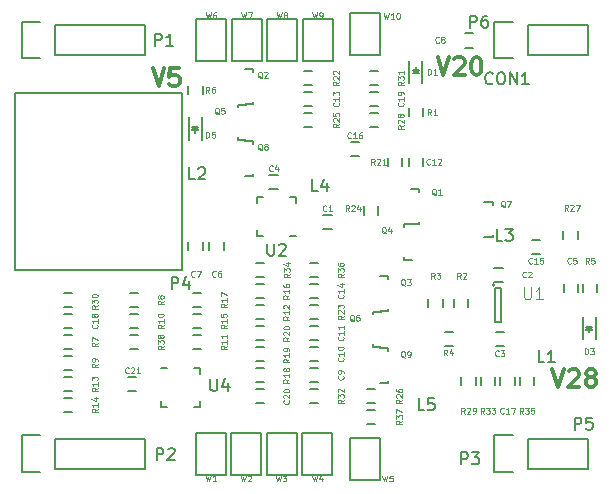
<source format=gto>
G04 #@! TF.FileFunction,Legend,Top*
%FSLAX46Y46*%
G04 Gerber Fmt 4.6, Leading zero omitted, Abs format (unit mm)*
G04 Created by KiCad (PCBNEW 4.0.2+dfsg1-stable) date tis  3 jan 2017 10:33:16*
%MOMM*%
G01*
G04 APERTURE LIST*
%ADD10C,0.100000*%
%ADD11C,0.300000*%
%ADD12C,0.150000*%
%ADD13C,0.125000*%
G04 APERTURE END LIST*
D10*
D11*
X166143229Y-88967571D02*
X166643229Y-90467571D01*
X167143229Y-88967571D01*
X167571800Y-89110429D02*
X167643229Y-89039000D01*
X167786086Y-88967571D01*
X168143229Y-88967571D01*
X168286086Y-89039000D01*
X168357515Y-89110429D01*
X168428943Y-89253286D01*
X168428943Y-89396143D01*
X168357515Y-89610429D01*
X167500372Y-90467571D01*
X168428943Y-90467571D01*
X169357514Y-88967571D02*
X169500371Y-88967571D01*
X169643228Y-89039000D01*
X169714657Y-89110429D01*
X169786086Y-89253286D01*
X169857514Y-89539000D01*
X169857514Y-89896143D01*
X169786086Y-90181857D01*
X169714657Y-90324714D01*
X169643228Y-90396143D01*
X169500371Y-90467571D01*
X169357514Y-90467571D01*
X169214657Y-90396143D01*
X169143228Y-90324714D01*
X169071800Y-90181857D01*
X169000371Y-89896143D01*
X169000371Y-89539000D01*
X169071800Y-89253286D01*
X169143228Y-89110429D01*
X169214657Y-89039000D01*
X169357514Y-88967571D01*
X142016315Y-89881971D02*
X142516315Y-91381971D01*
X143016315Y-89881971D01*
X144230601Y-89881971D02*
X143516315Y-89881971D01*
X143444886Y-90596257D01*
X143516315Y-90524829D01*
X143659172Y-90453400D01*
X144016315Y-90453400D01*
X144159172Y-90524829D01*
X144230601Y-90596257D01*
X144302029Y-90739114D01*
X144302029Y-91096257D01*
X144230601Y-91239114D01*
X144159172Y-91310543D01*
X144016315Y-91381971D01*
X143659172Y-91381971D01*
X143516315Y-91310543D01*
X143444886Y-91239114D01*
X175846029Y-115383571D02*
X176346029Y-116883571D01*
X176846029Y-115383571D01*
X177274600Y-115526429D02*
X177346029Y-115455000D01*
X177488886Y-115383571D01*
X177846029Y-115383571D01*
X177988886Y-115455000D01*
X178060315Y-115526429D01*
X178131743Y-115669286D01*
X178131743Y-115812143D01*
X178060315Y-116026429D01*
X177203172Y-116883571D01*
X178131743Y-116883571D01*
X178988886Y-116026429D02*
X178846028Y-115955000D01*
X178774600Y-115883571D01*
X178703171Y-115740714D01*
X178703171Y-115669286D01*
X178774600Y-115526429D01*
X178846028Y-115455000D01*
X178988886Y-115383571D01*
X179274600Y-115383571D01*
X179417457Y-115455000D01*
X179488886Y-115526429D01*
X179560314Y-115669286D01*
X179560314Y-115740714D01*
X179488886Y-115883571D01*
X179417457Y-115955000D01*
X179274600Y-116026429D01*
X178988886Y-116026429D01*
X178846028Y-116097857D01*
X178774600Y-116169286D01*
X178703171Y-116312143D01*
X178703171Y-116597857D01*
X178774600Y-116740714D01*
X178846028Y-116812143D01*
X178988886Y-116883571D01*
X179274600Y-116883571D01*
X179417457Y-116812143D01*
X179488886Y-116740714D01*
X179560314Y-116597857D01*
X179560314Y-116312143D01*
X179488886Y-116169286D01*
X179417457Y-116097857D01*
X179274600Y-116026429D01*
D12*
X176793600Y-104363000D02*
X176793600Y-103663000D01*
X177993600Y-103663000D02*
X177993600Y-104363000D01*
X146120600Y-110074000D02*
X145420600Y-110074000D01*
X145420600Y-108874000D02*
X146120600Y-108874000D01*
X145998600Y-115278500D02*
X145998600Y-115778500D01*
X142748600Y-118528500D02*
X142748600Y-118028500D01*
X145998600Y-118528500D02*
X145998600Y-118028500D01*
X142748600Y-115278500D02*
X143248600Y-115278500D01*
X142748600Y-118528500D02*
X143248600Y-118528500D01*
X145998600Y-118528500D02*
X145498600Y-118528500D01*
X145998600Y-115278500D02*
X145498600Y-115278500D01*
X150876600Y-104063200D02*
X150876600Y-103563200D01*
X154126600Y-100813200D02*
X154126600Y-101313200D01*
X150876600Y-100813200D02*
X150876600Y-101313200D01*
X154126600Y-104063200D02*
X153626600Y-104063200D01*
X154126600Y-100813200D02*
X153626600Y-100813200D01*
X150876600Y-100813200D02*
X151376600Y-100813200D01*
X150876600Y-104063200D02*
X151376600Y-104063200D01*
X144502720Y-106934860D02*
X130405720Y-106934860D01*
X130405720Y-91948860D02*
X144502720Y-91948860D01*
X144502720Y-106934860D02*
X144502720Y-91948860D01*
X130405720Y-106934860D02*
X130405720Y-91948860D01*
X158730000Y-85222000D02*
X158730000Y-88778000D01*
X158730000Y-88778000D02*
X161270000Y-88778000D01*
X161270000Y-88778000D02*
X161270000Y-85476000D01*
X161270000Y-85476000D02*
X161270000Y-85222000D01*
X161270000Y-85222000D02*
X158984000Y-85222000D01*
X158984000Y-85222000D02*
X158730000Y-85222000D01*
X158730000Y-121222000D02*
X158730000Y-124778000D01*
X158730000Y-124778000D02*
X161270000Y-124778000D01*
X161270000Y-124778000D02*
X161270000Y-121476000D01*
X161270000Y-121476000D02*
X161270000Y-121222000D01*
X161270000Y-121222000D02*
X158984000Y-121222000D01*
X158984000Y-121222000D02*
X158730000Y-121222000D01*
X151730000Y-85722000D02*
X151730000Y-89278000D01*
X151730000Y-89278000D02*
X154270000Y-89278000D01*
X154270000Y-89278000D02*
X154270000Y-85976000D01*
X154270000Y-85976000D02*
X154270000Y-85722000D01*
X154270000Y-85722000D02*
X151984000Y-85722000D01*
X151984000Y-85722000D02*
X151730000Y-85722000D01*
X154730000Y-85722000D02*
X154730000Y-89278000D01*
X154730000Y-89278000D02*
X157270000Y-89278000D01*
X157270000Y-89278000D02*
X157270000Y-85976000D01*
X157270000Y-85976000D02*
X157270000Y-85722000D01*
X157270000Y-85722000D02*
X154984000Y-85722000D01*
X154984000Y-85722000D02*
X154730000Y-85722000D01*
X148730000Y-85722000D02*
X148730000Y-89278000D01*
X148730000Y-89278000D02*
X151270000Y-89278000D01*
X151270000Y-89278000D02*
X151270000Y-85976000D01*
X151270000Y-85976000D02*
X151270000Y-85722000D01*
X151270000Y-85722000D02*
X148984000Y-85722000D01*
X148984000Y-85722000D02*
X148730000Y-85722000D01*
X145730000Y-85722000D02*
X145730000Y-89278000D01*
X145730000Y-89278000D02*
X148270000Y-89278000D01*
X148270000Y-89278000D02*
X148270000Y-85976000D01*
X148270000Y-85976000D02*
X148270000Y-85722000D01*
X148270000Y-85722000D02*
X145984000Y-85722000D01*
X145984000Y-85722000D02*
X145730000Y-85722000D01*
X151663400Y-120726200D02*
X151663400Y-124282200D01*
X151663400Y-124282200D02*
X154203400Y-124282200D01*
X154203400Y-124282200D02*
X154203400Y-120980200D01*
X154203400Y-120980200D02*
X154203400Y-120726200D01*
X154203400Y-120726200D02*
X151917400Y-120726200D01*
X151917400Y-120726200D02*
X151663400Y-120726200D01*
X154676400Y-120722000D02*
X154676400Y-124278000D01*
X154676400Y-124278000D02*
X157216400Y-124278000D01*
X157216400Y-124278000D02*
X157216400Y-120976000D01*
X157216400Y-120976000D02*
X157216400Y-120722000D01*
X157216400Y-120722000D02*
X154930400Y-120722000D01*
X154930400Y-120722000D02*
X154676400Y-120722000D01*
X148676400Y-120722000D02*
X148676400Y-124278000D01*
X148676400Y-124278000D02*
X151216400Y-124278000D01*
X151216400Y-124278000D02*
X151216400Y-120976000D01*
X151216400Y-120976000D02*
X151216400Y-120722000D01*
X151216400Y-120722000D02*
X148930400Y-120722000D01*
X148930400Y-120722000D02*
X148676400Y-120722000D01*
X148259800Y-124282200D02*
X148259800Y-120726200D01*
X148259800Y-120726200D02*
X145719800Y-120726200D01*
X145719800Y-120726200D02*
X145719800Y-124028200D01*
X145719800Y-124028200D02*
X145719800Y-124282200D01*
X145719800Y-124282200D02*
X148005800Y-124282200D01*
X148005800Y-124282200D02*
X148259800Y-124282200D01*
X170997600Y-108231200D02*
G75*
G03X170997600Y-108231200I-100000J0D01*
G01*
X171547600Y-108481200D02*
X171047600Y-108481200D01*
X171547600Y-111381200D02*
X171547600Y-108481200D01*
X171047600Y-111381200D02*
X171547600Y-111381200D01*
X171047600Y-108481200D02*
X171047600Y-111381200D01*
X161239200Y-113562180D02*
X161940240Y-113562180D01*
X161940240Y-113562180D02*
X161940240Y-113811100D01*
X161940240Y-116361160D02*
X161940240Y-116561820D01*
X161940240Y-116561820D02*
X161239200Y-116561820D01*
X149809200Y-96036180D02*
X150510240Y-96036180D01*
X150510240Y-96036180D02*
X150510240Y-96285100D01*
X150510240Y-98835160D02*
X150510240Y-99035820D01*
X150510240Y-99035820D02*
X149809200Y-99035820D01*
X170103800Y-101179680D02*
X170804840Y-101179680D01*
X170804840Y-101179680D02*
X170804840Y-101428600D01*
X170804840Y-103978660D02*
X170804840Y-104179320D01*
X170804840Y-104179320D02*
X170103800Y-104179320D01*
X161340800Y-113513820D02*
X160639760Y-113513820D01*
X160639760Y-113513820D02*
X160639760Y-113264900D01*
X160639760Y-110714840D02*
X160639760Y-110514180D01*
X160639760Y-110514180D02*
X161340800Y-110514180D01*
X149910800Y-95987820D02*
X149209760Y-95987820D01*
X149209760Y-95987820D02*
X149209760Y-95738900D01*
X149209760Y-93188840D02*
X149209760Y-92988180D01*
X149209760Y-92988180D02*
X149910800Y-92988180D01*
X163982400Y-106084320D02*
X163281360Y-106084320D01*
X163281360Y-106084320D02*
X163281360Y-105835400D01*
X163281360Y-103285340D02*
X163281360Y-103084680D01*
X163281360Y-103084680D02*
X163982400Y-103084680D01*
X161239200Y-107466180D02*
X161940240Y-107466180D01*
X161940240Y-107466180D02*
X161940240Y-107715100D01*
X161940240Y-110265160D02*
X161940240Y-110465820D01*
X161940240Y-110465820D02*
X161239200Y-110465820D01*
X149809200Y-89940180D02*
X150510240Y-89940180D01*
X150510240Y-89940180D02*
X150510240Y-90189100D01*
X150510240Y-92739160D02*
X150510240Y-92939820D01*
X150510240Y-92939820D02*
X149809200Y-92939820D01*
X163880800Y-100100180D02*
X164581840Y-100100180D01*
X164581840Y-100100180D02*
X164581840Y-100349100D01*
X164581840Y-102899160D02*
X164581840Y-103099820D01*
X164581840Y-103099820D02*
X163880800Y-103099820D01*
X145093600Y-94023000D02*
X145093600Y-95923000D01*
X146193600Y-94023000D02*
X146193600Y-95923000D01*
X145643600Y-94923000D02*
X145643600Y-95373000D01*
X145893600Y-94873000D02*
X145393600Y-94873000D01*
X145643600Y-94873000D02*
X145893600Y-95123000D01*
X145893600Y-95123000D02*
X145393600Y-95123000D01*
X145393600Y-95123000D02*
X145643600Y-94873000D01*
X178450000Y-110900000D02*
X178450000Y-112800000D01*
X179550000Y-110900000D02*
X179550000Y-112800000D01*
X179000000Y-111800000D02*
X179000000Y-112250000D01*
X179250000Y-111750000D02*
X178750000Y-111750000D01*
X179000000Y-111750000D02*
X179250000Y-112000000D01*
X179250000Y-112000000D02*
X178750000Y-112000000D01*
X178750000Y-112000000D02*
X179000000Y-111750000D01*
X164862600Y-91143000D02*
X164862600Y-89243000D01*
X163762600Y-91143000D02*
X163762600Y-89243000D01*
X164312600Y-90243000D02*
X164312600Y-89793000D01*
X164062600Y-90293000D02*
X164562600Y-90293000D01*
X164312600Y-90293000D02*
X164062600Y-90043000D01*
X164062600Y-90043000D02*
X164562600Y-90043000D01*
X164562600Y-90043000D02*
X164312600Y-90293000D01*
X151454600Y-118202000D02*
X150754600Y-118202000D01*
X150754600Y-117002000D02*
X151454600Y-117002000D01*
X160406600Y-91856000D02*
X161106600Y-91856000D01*
X161106600Y-93056000D02*
X160406600Y-93056000D01*
X134498600Y-110652000D02*
X135198600Y-110652000D01*
X135198600Y-111852000D02*
X134498600Y-111852000D01*
X172659600Y-115982000D02*
X172659600Y-116682000D01*
X171459600Y-116682000D02*
X171459600Y-115982000D01*
X158806400Y-96123200D02*
X159506400Y-96123200D01*
X159506400Y-97323200D02*
X158806400Y-97323200D01*
X174822600Y-105629000D02*
X174122600Y-105629000D01*
X174122600Y-104429000D02*
X174822600Y-104429000D01*
X156026600Y-109312000D02*
X155326600Y-109312000D01*
X155326600Y-108112000D02*
X156026600Y-108112000D01*
X154818600Y-91856000D02*
X155518600Y-91856000D01*
X155518600Y-93056000D02*
X154818600Y-93056000D01*
X164912600Y-97440000D02*
X164912600Y-98140000D01*
X163712600Y-98140000D02*
X163712600Y-97440000D01*
X155326600Y-111668000D02*
X156026600Y-111668000D01*
X156026600Y-112868000D02*
X155326600Y-112868000D01*
X155326600Y-113446000D02*
X156026600Y-113446000D01*
X156026600Y-114646000D02*
X155326600Y-114646000D01*
X155326600Y-115224000D02*
X156026600Y-115224000D01*
X156026600Y-116424000D02*
X155326600Y-116424000D01*
X168458400Y-86928400D02*
X169158400Y-86928400D01*
X169158400Y-88128400D02*
X168458400Y-88128400D01*
X146243600Y-104552000D02*
X146243600Y-105252000D01*
X145043600Y-105252000D02*
X145043600Y-104552000D01*
X148021600Y-104552000D02*
X148021600Y-105252000D01*
X146821600Y-105252000D02*
X146821600Y-104552000D01*
X176869800Y-108808000D02*
X176869800Y-108108000D01*
X178069800Y-108108000D02*
X178069800Y-108808000D01*
X151897600Y-98891800D02*
X152597600Y-98891800D01*
X152597600Y-100091800D02*
X151897600Y-100091800D01*
X171774600Y-113401400D02*
X171074600Y-113401400D01*
X171074600Y-112201400D02*
X171774600Y-112201400D01*
X171647600Y-107991200D02*
X170947600Y-107991200D01*
X170947600Y-106791200D02*
X171647600Y-106791200D01*
X156469600Y-102270000D02*
X157169600Y-102270000D01*
X157169600Y-103470000D02*
X156469600Y-103470000D01*
X139896100Y-115986000D02*
X140596100Y-115986000D01*
X140596100Y-117186000D02*
X139896100Y-117186000D01*
X164912600Y-93249000D02*
X164912600Y-93949000D01*
X163712600Y-93949000D02*
X163712600Y-93249000D01*
X167548000Y-110078000D02*
X167548000Y-109378000D01*
X168748000Y-109378000D02*
X168748000Y-110078000D01*
X166563600Y-109378000D02*
X166563600Y-110078000D01*
X165363600Y-110078000D02*
X165363600Y-109378000D01*
X166731200Y-112176000D02*
X167431200Y-112176000D01*
X167431200Y-113376000D02*
X166731200Y-113376000D01*
X178444600Y-108808000D02*
X178444600Y-108108000D01*
X179644600Y-108108000D02*
X179644600Y-108808000D01*
X145043600Y-92044000D02*
X145043600Y-91344000D01*
X146243600Y-91344000D02*
X146243600Y-92044000D01*
X135198600Y-113630000D02*
X134498600Y-113630000D01*
X134498600Y-112430000D02*
X135198600Y-112430000D01*
X140086600Y-108874000D02*
X140786600Y-108874000D01*
X140786600Y-110074000D02*
X140086600Y-110074000D01*
X134524000Y-114208000D02*
X135224000Y-114208000D01*
X135224000Y-115408000D02*
X134524000Y-115408000D01*
X140786600Y-111852000D02*
X140086600Y-111852000D01*
X140086600Y-110652000D02*
X140786600Y-110652000D01*
X146120600Y-113630000D02*
X145420600Y-113630000D01*
X145420600Y-112430000D02*
X146120600Y-112430000D01*
X151454600Y-111090000D02*
X150754600Y-111090000D01*
X150754600Y-109890000D02*
X151454600Y-109890000D01*
X134524000Y-115986000D02*
X135224000Y-115986000D01*
X135224000Y-117186000D02*
X134524000Y-117186000D01*
X135224000Y-118964000D02*
X134524000Y-118964000D01*
X134524000Y-117764000D02*
X135224000Y-117764000D01*
X145420600Y-110652000D02*
X146120600Y-110652000D01*
X146120600Y-111852000D02*
X145420600Y-111852000D01*
X150754600Y-108112000D02*
X151454600Y-108112000D01*
X151454600Y-109312000D02*
X150754600Y-109312000D01*
X151454600Y-116424000D02*
X150754600Y-116424000D01*
X150754600Y-115224000D02*
X151454600Y-115224000D01*
X151454600Y-114646000D02*
X150754600Y-114646000D01*
X150754600Y-113446000D02*
X151454600Y-113446000D01*
X151454600Y-112868000D02*
X150754600Y-112868000D01*
X150754600Y-111668000D02*
X151454600Y-111668000D01*
X163134600Y-97440000D02*
X163134600Y-98140000D01*
X161934600Y-98140000D02*
X161934600Y-97440000D01*
X154818600Y-90078000D02*
X155518600Y-90078000D01*
X155518600Y-91278000D02*
X154818600Y-91278000D01*
X156026600Y-111090000D02*
X155326600Y-111090000D01*
X155326600Y-109890000D02*
X156026600Y-109890000D01*
X159902600Y-102280200D02*
X159902600Y-101580200D01*
X161102600Y-101580200D02*
X161102600Y-102280200D01*
X154818600Y-93634000D02*
X155518600Y-93634000D01*
X155518600Y-94834000D02*
X154818600Y-94834000D01*
X160852600Y-118202000D02*
X160152600Y-118202000D01*
X160152600Y-117002000D02*
X160852600Y-117002000D01*
X161106600Y-94834000D02*
X160406600Y-94834000D01*
X160406600Y-93634000D02*
X161106600Y-93634000D01*
X168157600Y-116682000D02*
X168157600Y-115982000D01*
X169357600Y-115982000D02*
X169357600Y-116682000D01*
X135198600Y-110074000D02*
X134498600Y-110074000D01*
X134498600Y-108874000D02*
X135198600Y-108874000D01*
X161106600Y-91278000D02*
X160406600Y-91278000D01*
X160406600Y-90078000D02*
X161106600Y-90078000D01*
X156026600Y-118202000D02*
X155326600Y-118202000D01*
X155326600Y-117002000D02*
X156026600Y-117002000D01*
X133770000Y-88770000D02*
X141390000Y-88770000D01*
X133770000Y-86230000D02*
X141390000Y-86230000D01*
X130950000Y-85950000D02*
X132500000Y-85950000D01*
X141390000Y-88770000D02*
X141390000Y-86230000D01*
X133770000Y-86230000D02*
X133770000Y-88770000D01*
X132500000Y-89050000D02*
X130950000Y-89050000D01*
X130950000Y-89050000D02*
X130950000Y-85950000D01*
X133770000Y-123770000D02*
X141390000Y-123770000D01*
X133770000Y-121230000D02*
X141390000Y-121230000D01*
X130950000Y-120950000D02*
X132500000Y-120950000D01*
X141390000Y-123770000D02*
X141390000Y-121230000D01*
X133770000Y-121230000D02*
X133770000Y-123770000D01*
X132500000Y-124050000D02*
X130950000Y-124050000D01*
X130950000Y-124050000D02*
X130950000Y-120950000D01*
X173770000Y-123770000D02*
X178850000Y-123770000D01*
X178850000Y-123770000D02*
X178850000Y-121230000D01*
X178850000Y-121230000D02*
X173770000Y-121230000D01*
X170950000Y-120950000D02*
X172500000Y-120950000D01*
X173770000Y-121230000D02*
X173770000Y-123770000D01*
X172500000Y-124050000D02*
X170950000Y-124050000D01*
X170950000Y-124050000D02*
X170950000Y-120950000D01*
X173770000Y-88770000D02*
X178850000Y-88770000D01*
X178850000Y-88770000D02*
X178850000Y-86230000D01*
X178850000Y-86230000D02*
X173770000Y-86230000D01*
X170950000Y-85950000D02*
X172500000Y-85950000D01*
X173770000Y-86230000D02*
X173770000Y-88770000D01*
X172500000Y-89050000D02*
X170950000Y-89050000D01*
X170950000Y-89050000D02*
X170950000Y-85950000D01*
X171008600Y-115982000D02*
X171008600Y-116682000D01*
X169808600Y-116682000D02*
X169808600Y-115982000D01*
X151454600Y-107534000D02*
X150754600Y-107534000D01*
X150754600Y-106334000D02*
X151454600Y-106334000D01*
X173110600Y-116682000D02*
X173110600Y-115982000D01*
X174310600Y-115982000D02*
X174310600Y-116682000D01*
X156026600Y-107534000D02*
X155326600Y-107534000D01*
X155326600Y-106334000D02*
X156026600Y-106334000D01*
X160152600Y-118780000D02*
X160852600Y-118780000D01*
X160852600Y-119980000D02*
X160152600Y-119980000D01*
X140786600Y-113630000D02*
X140086600Y-113630000D01*
X140086600Y-112430000D02*
X140786600Y-112430000D01*
D13*
X177199172Y-101927790D02*
X177032505Y-101689695D01*
X176913458Y-101927790D02*
X176913458Y-101427790D01*
X177103934Y-101427790D01*
X177151553Y-101451600D01*
X177175362Y-101475410D01*
X177199172Y-101523029D01*
X177199172Y-101594457D01*
X177175362Y-101642076D01*
X177151553Y-101665886D01*
X177103934Y-101689695D01*
X176913458Y-101689695D01*
X177389648Y-101475410D02*
X177413458Y-101451600D01*
X177461077Y-101427790D01*
X177580124Y-101427790D01*
X177627743Y-101451600D01*
X177651553Y-101475410D01*
X177675362Y-101523029D01*
X177675362Y-101570648D01*
X177651553Y-101642076D01*
X177365839Y-101927790D01*
X177675362Y-101927790D01*
X177842029Y-101427790D02*
X178175362Y-101427790D01*
X177961076Y-101927790D01*
X148282790Y-109820828D02*
X148044695Y-109987495D01*
X148282790Y-110106542D02*
X147782790Y-110106542D01*
X147782790Y-109916066D01*
X147806600Y-109868447D01*
X147830410Y-109844638D01*
X147878029Y-109820828D01*
X147949457Y-109820828D01*
X147997076Y-109844638D01*
X148020886Y-109868447D01*
X148044695Y-109916066D01*
X148044695Y-110106542D01*
X148282790Y-109344638D02*
X148282790Y-109630352D01*
X148282790Y-109487495D02*
X147782790Y-109487495D01*
X147854219Y-109535114D01*
X147901838Y-109582733D01*
X147925648Y-109630352D01*
X147782790Y-109177971D02*
X147782790Y-108844638D01*
X148282790Y-109058924D01*
D12*
X146913695Y-116190781D02*
X146913695Y-117000305D01*
X146961314Y-117095543D01*
X147008933Y-117143162D01*
X147104171Y-117190781D01*
X147294648Y-117190781D01*
X147389886Y-117143162D01*
X147437505Y-117095543D01*
X147485124Y-117000305D01*
X147485124Y-116190781D01*
X148389886Y-116524114D02*
X148389886Y-117190781D01*
X148151790Y-116143162D02*
X147913695Y-116857448D01*
X148532743Y-116857448D01*
X151739695Y-104740581D02*
X151739695Y-105550105D01*
X151787314Y-105645343D01*
X151834933Y-105692962D01*
X151930171Y-105740581D01*
X152120648Y-105740581D01*
X152215886Y-105692962D01*
X152263505Y-105645343D01*
X152311124Y-105550105D01*
X152311124Y-104740581D01*
X152739695Y-104835819D02*
X152787314Y-104788200D01*
X152882552Y-104740581D01*
X153120648Y-104740581D01*
X153215886Y-104788200D01*
X153263505Y-104835819D01*
X153311124Y-104931057D01*
X153311124Y-105026295D01*
X153263505Y-105169152D01*
X152692076Y-105740581D01*
X153311124Y-105740581D01*
X143635505Y-108554781D02*
X143635505Y-107554781D01*
X144016458Y-107554781D01*
X144111696Y-107602400D01*
X144159315Y-107650019D01*
X144206934Y-107745257D01*
X144206934Y-107888114D01*
X144159315Y-107983352D01*
X144111696Y-108030971D01*
X144016458Y-108078590D01*
X143635505Y-108078590D01*
X145064077Y-107888114D02*
X145064077Y-108554781D01*
X144825981Y-107507162D02*
X144587886Y-108221448D01*
X145206934Y-108221448D01*
D13*
X161590125Y-85197190D02*
X161709172Y-85697190D01*
X161804410Y-85340048D01*
X161899648Y-85697190D01*
X162018696Y-85197190D01*
X162471077Y-85697190D02*
X162185363Y-85697190D01*
X162328220Y-85697190D02*
X162328220Y-85197190D01*
X162280601Y-85268619D01*
X162232982Y-85316238D01*
X162185363Y-85340048D01*
X162780601Y-85197190D02*
X162828220Y-85197190D01*
X162875839Y-85221000D01*
X162899648Y-85244810D01*
X162923458Y-85292429D01*
X162947267Y-85387667D01*
X162947267Y-85506714D01*
X162923458Y-85601952D01*
X162899648Y-85649571D01*
X162875839Y-85673381D01*
X162828220Y-85697190D01*
X162780601Y-85697190D01*
X162732982Y-85673381D01*
X162709172Y-85649571D01*
X162685363Y-85601952D01*
X162661553Y-85506714D01*
X162661553Y-85387667D01*
X162685363Y-85292429D01*
X162709172Y-85244810D01*
X162732982Y-85221000D01*
X162780601Y-85197190D01*
X161472620Y-124363990D02*
X161591667Y-124863990D01*
X161686905Y-124506848D01*
X161782143Y-124863990D01*
X161901191Y-124363990D01*
X162329763Y-124363990D02*
X162091668Y-124363990D01*
X162067858Y-124602086D01*
X162091668Y-124578276D01*
X162139287Y-124554467D01*
X162258334Y-124554467D01*
X162305953Y-124578276D01*
X162329763Y-124602086D01*
X162353572Y-124649705D01*
X162353572Y-124768752D01*
X162329763Y-124816371D01*
X162305953Y-124840181D01*
X162258334Y-124863990D01*
X162139287Y-124863990D01*
X162091668Y-124840181D01*
X162067858Y-124816371D01*
X152531820Y-85146390D02*
X152650867Y-85646390D01*
X152746105Y-85289248D01*
X152841343Y-85646390D01*
X152960391Y-85146390D01*
X153222296Y-85360676D02*
X153174677Y-85336867D01*
X153150868Y-85313057D01*
X153127058Y-85265438D01*
X153127058Y-85241629D01*
X153150868Y-85194010D01*
X153174677Y-85170200D01*
X153222296Y-85146390D01*
X153317534Y-85146390D01*
X153365153Y-85170200D01*
X153388963Y-85194010D01*
X153412772Y-85241629D01*
X153412772Y-85265438D01*
X153388963Y-85313057D01*
X153365153Y-85336867D01*
X153317534Y-85360676D01*
X153222296Y-85360676D01*
X153174677Y-85384486D01*
X153150868Y-85408295D01*
X153127058Y-85455914D01*
X153127058Y-85551152D01*
X153150868Y-85598771D01*
X153174677Y-85622581D01*
X153222296Y-85646390D01*
X153317534Y-85646390D01*
X153365153Y-85622581D01*
X153388963Y-85598771D01*
X153412772Y-85551152D01*
X153412772Y-85455914D01*
X153388963Y-85408295D01*
X153365153Y-85384486D01*
X153317534Y-85360676D01*
X155529020Y-85146390D02*
X155648067Y-85646390D01*
X155743305Y-85289248D01*
X155838543Y-85646390D01*
X155957591Y-85146390D01*
X156171877Y-85646390D02*
X156267115Y-85646390D01*
X156314734Y-85622581D01*
X156338544Y-85598771D01*
X156386163Y-85527343D01*
X156409972Y-85432105D01*
X156409972Y-85241629D01*
X156386163Y-85194010D01*
X156362353Y-85170200D01*
X156314734Y-85146390D01*
X156219496Y-85146390D01*
X156171877Y-85170200D01*
X156148068Y-85194010D01*
X156124258Y-85241629D01*
X156124258Y-85360676D01*
X156148068Y-85408295D01*
X156171877Y-85432105D01*
X156219496Y-85455914D01*
X156314734Y-85455914D01*
X156362353Y-85432105D01*
X156386163Y-85408295D01*
X156409972Y-85360676D01*
X149534620Y-85146390D02*
X149653667Y-85646390D01*
X149748905Y-85289248D01*
X149844143Y-85646390D01*
X149963191Y-85146390D01*
X150106049Y-85146390D02*
X150439382Y-85146390D01*
X150225096Y-85646390D01*
X146537420Y-85146390D02*
X146656467Y-85646390D01*
X146751705Y-85289248D01*
X146846943Y-85646390D01*
X146965991Y-85146390D01*
X147370753Y-85146390D02*
X147275515Y-85146390D01*
X147227896Y-85170200D01*
X147204087Y-85194010D01*
X147156468Y-85265438D01*
X147132658Y-85360676D01*
X147132658Y-85551152D01*
X147156468Y-85598771D01*
X147180277Y-85622581D01*
X147227896Y-85646390D01*
X147323134Y-85646390D01*
X147370753Y-85622581D01*
X147394563Y-85598771D01*
X147418372Y-85551152D01*
X147418372Y-85432105D01*
X147394563Y-85384486D01*
X147370753Y-85360676D01*
X147323134Y-85336867D01*
X147227896Y-85336867D01*
X147180277Y-85360676D01*
X147156468Y-85384486D01*
X147132658Y-85432105D01*
X152468020Y-124368190D02*
X152587067Y-124868190D01*
X152682305Y-124511048D01*
X152777543Y-124868190D01*
X152896591Y-124368190D01*
X153039449Y-124368190D02*
X153348972Y-124368190D01*
X153182306Y-124558667D01*
X153253734Y-124558667D01*
X153301353Y-124582476D01*
X153325163Y-124606286D01*
X153348972Y-124653905D01*
X153348972Y-124772952D01*
X153325163Y-124820571D01*
X153301353Y-124844381D01*
X153253734Y-124868190D01*
X153110877Y-124868190D01*
X153063258Y-124844381D01*
X153039449Y-124820571D01*
X155529020Y-124363990D02*
X155648067Y-124863990D01*
X155743305Y-124506848D01*
X155838543Y-124863990D01*
X155957591Y-124363990D01*
X156362353Y-124530657D02*
X156362353Y-124863990D01*
X156243306Y-124340181D02*
X156124258Y-124697324D01*
X156433782Y-124697324D01*
X149483820Y-124363990D02*
X149602867Y-124863990D01*
X149698105Y-124506848D01*
X149793343Y-124863990D01*
X149912391Y-124363990D01*
X150079058Y-124411610D02*
X150102868Y-124387800D01*
X150150487Y-124363990D01*
X150269534Y-124363990D01*
X150317153Y-124387800D01*
X150340963Y-124411610D01*
X150364772Y-124459229D01*
X150364772Y-124506848D01*
X150340963Y-124578276D01*
X150055249Y-124863990D01*
X150364772Y-124863990D01*
X146518820Y-124317390D02*
X146637867Y-124817390D01*
X146733105Y-124460248D01*
X146828343Y-124817390D01*
X146947391Y-124317390D01*
X147399772Y-124817390D02*
X147114058Y-124817390D01*
X147256915Y-124817390D02*
X147256915Y-124317390D01*
X147209296Y-124388819D01*
X147161677Y-124436438D01*
X147114058Y-124460248D01*
X173456695Y-108443781D02*
X173456695Y-109253305D01*
X173504314Y-109348543D01*
X173551933Y-109396162D01*
X173647171Y-109443781D01*
X173837648Y-109443781D01*
X173932886Y-109396162D01*
X173980505Y-109348543D01*
X174028124Y-109253305D01*
X174028124Y-108443781D01*
X175028124Y-109443781D02*
X174456695Y-109443781D01*
X174742409Y-109443781D02*
X174742409Y-108443781D01*
X174647171Y-108586638D01*
X174551933Y-108681876D01*
X174456695Y-108729495D01*
X163401381Y-114396010D02*
X163353762Y-114372200D01*
X163306143Y-114324581D01*
X163234714Y-114253152D01*
X163187095Y-114229343D01*
X163139476Y-114229343D01*
X163163286Y-114348390D02*
X163115667Y-114324581D01*
X163068048Y-114276962D01*
X163044238Y-114181724D01*
X163044238Y-114015057D01*
X163068048Y-113919819D01*
X163115667Y-113872200D01*
X163163286Y-113848390D01*
X163258524Y-113848390D01*
X163306143Y-113872200D01*
X163353762Y-113919819D01*
X163377571Y-114015057D01*
X163377571Y-114181724D01*
X163353762Y-114276962D01*
X163306143Y-114324581D01*
X163258524Y-114348390D01*
X163163286Y-114348390D01*
X163615667Y-114348390D02*
X163710905Y-114348390D01*
X163758524Y-114324581D01*
X163782334Y-114300771D01*
X163829953Y-114229343D01*
X163853762Y-114134105D01*
X163853762Y-113943629D01*
X163829953Y-113896010D01*
X163806143Y-113872200D01*
X163758524Y-113848390D01*
X163663286Y-113848390D01*
X163615667Y-113872200D01*
X163591858Y-113896010D01*
X163568048Y-113943629D01*
X163568048Y-114062676D01*
X163591858Y-114110295D01*
X163615667Y-114134105D01*
X163663286Y-114157914D01*
X163758524Y-114157914D01*
X163806143Y-114134105D01*
X163829953Y-114110295D01*
X163853762Y-114062676D01*
X151310981Y-96819210D02*
X151263362Y-96795400D01*
X151215743Y-96747781D01*
X151144314Y-96676352D01*
X151096695Y-96652543D01*
X151049076Y-96652543D01*
X151072886Y-96771590D02*
X151025267Y-96747781D01*
X150977648Y-96700162D01*
X150953838Y-96604924D01*
X150953838Y-96438257D01*
X150977648Y-96343019D01*
X151025267Y-96295400D01*
X151072886Y-96271590D01*
X151168124Y-96271590D01*
X151215743Y-96295400D01*
X151263362Y-96343019D01*
X151287171Y-96438257D01*
X151287171Y-96604924D01*
X151263362Y-96700162D01*
X151215743Y-96747781D01*
X151168124Y-96771590D01*
X151072886Y-96771590D01*
X151572886Y-96485876D02*
X151525267Y-96462067D01*
X151501458Y-96438257D01*
X151477648Y-96390638D01*
X151477648Y-96366829D01*
X151501458Y-96319210D01*
X151525267Y-96295400D01*
X151572886Y-96271590D01*
X151668124Y-96271590D01*
X151715743Y-96295400D01*
X151739553Y-96319210D01*
X151763362Y-96366829D01*
X151763362Y-96390638D01*
X151739553Y-96438257D01*
X151715743Y-96462067D01*
X151668124Y-96485876D01*
X151572886Y-96485876D01*
X151525267Y-96509686D01*
X151501458Y-96533495D01*
X151477648Y-96581114D01*
X151477648Y-96676352D01*
X151501458Y-96723971D01*
X151525267Y-96747781D01*
X151572886Y-96771590D01*
X151668124Y-96771590D01*
X151715743Y-96747781D01*
X151739553Y-96723971D01*
X151763362Y-96676352D01*
X151763362Y-96581114D01*
X151739553Y-96533495D01*
X151715743Y-96509686D01*
X151668124Y-96485876D01*
X171884981Y-101645210D02*
X171837362Y-101621400D01*
X171789743Y-101573781D01*
X171718314Y-101502352D01*
X171670695Y-101478543D01*
X171623076Y-101478543D01*
X171646886Y-101597590D02*
X171599267Y-101573781D01*
X171551648Y-101526162D01*
X171527838Y-101430924D01*
X171527838Y-101264257D01*
X171551648Y-101169019D01*
X171599267Y-101121400D01*
X171646886Y-101097590D01*
X171742124Y-101097590D01*
X171789743Y-101121400D01*
X171837362Y-101169019D01*
X171861171Y-101264257D01*
X171861171Y-101430924D01*
X171837362Y-101526162D01*
X171789743Y-101573781D01*
X171742124Y-101597590D01*
X171646886Y-101597590D01*
X172027839Y-101097590D02*
X172361172Y-101097590D01*
X172146886Y-101597590D01*
X159083381Y-111297210D02*
X159035762Y-111273400D01*
X158988143Y-111225781D01*
X158916714Y-111154352D01*
X158869095Y-111130543D01*
X158821476Y-111130543D01*
X158845286Y-111249590D02*
X158797667Y-111225781D01*
X158750048Y-111178162D01*
X158726238Y-111082924D01*
X158726238Y-110916257D01*
X158750048Y-110821019D01*
X158797667Y-110773400D01*
X158845286Y-110749590D01*
X158940524Y-110749590D01*
X158988143Y-110773400D01*
X159035762Y-110821019D01*
X159059571Y-110916257D01*
X159059571Y-111082924D01*
X159035762Y-111178162D01*
X158988143Y-111225781D01*
X158940524Y-111249590D01*
X158845286Y-111249590D01*
X159488143Y-110749590D02*
X159392905Y-110749590D01*
X159345286Y-110773400D01*
X159321477Y-110797210D01*
X159273858Y-110868638D01*
X159250048Y-110963876D01*
X159250048Y-111154352D01*
X159273858Y-111201971D01*
X159297667Y-111225781D01*
X159345286Y-111249590D01*
X159440524Y-111249590D01*
X159488143Y-111225781D01*
X159511953Y-111201971D01*
X159535762Y-111154352D01*
X159535762Y-111035305D01*
X159511953Y-110987686D01*
X159488143Y-110963876D01*
X159440524Y-110940067D01*
X159345286Y-110940067D01*
X159297667Y-110963876D01*
X159273858Y-110987686D01*
X159250048Y-111035305D01*
X147653381Y-93771210D02*
X147605762Y-93747400D01*
X147558143Y-93699781D01*
X147486714Y-93628352D01*
X147439095Y-93604543D01*
X147391476Y-93604543D01*
X147415286Y-93723590D02*
X147367667Y-93699781D01*
X147320048Y-93652162D01*
X147296238Y-93556924D01*
X147296238Y-93390257D01*
X147320048Y-93295019D01*
X147367667Y-93247400D01*
X147415286Y-93223590D01*
X147510524Y-93223590D01*
X147558143Y-93247400D01*
X147605762Y-93295019D01*
X147629571Y-93390257D01*
X147629571Y-93556924D01*
X147605762Y-93652162D01*
X147558143Y-93699781D01*
X147510524Y-93723590D01*
X147415286Y-93723590D01*
X148081953Y-93223590D02*
X147843858Y-93223590D01*
X147820048Y-93461686D01*
X147843858Y-93437876D01*
X147891477Y-93414067D01*
X148010524Y-93414067D01*
X148058143Y-93437876D01*
X148081953Y-93461686D01*
X148105762Y-93509305D01*
X148105762Y-93628352D01*
X148081953Y-93675971D01*
X148058143Y-93699781D01*
X148010524Y-93723590D01*
X147891477Y-93723590D01*
X147843858Y-93699781D01*
X147820048Y-93675971D01*
X161775781Y-103867710D02*
X161728162Y-103843900D01*
X161680543Y-103796281D01*
X161609114Y-103724852D01*
X161561495Y-103701043D01*
X161513876Y-103701043D01*
X161537686Y-103820090D02*
X161490067Y-103796281D01*
X161442448Y-103748662D01*
X161418638Y-103653424D01*
X161418638Y-103486757D01*
X161442448Y-103391519D01*
X161490067Y-103343900D01*
X161537686Y-103320090D01*
X161632924Y-103320090D01*
X161680543Y-103343900D01*
X161728162Y-103391519D01*
X161751971Y-103486757D01*
X161751971Y-103653424D01*
X161728162Y-103748662D01*
X161680543Y-103796281D01*
X161632924Y-103820090D01*
X161537686Y-103820090D01*
X162180543Y-103486757D02*
X162180543Y-103820090D01*
X162061496Y-103296281D02*
X161942448Y-103653424D01*
X162251972Y-103653424D01*
X163401381Y-108300010D02*
X163353762Y-108276200D01*
X163306143Y-108228581D01*
X163234714Y-108157152D01*
X163187095Y-108133343D01*
X163139476Y-108133343D01*
X163163286Y-108252390D02*
X163115667Y-108228581D01*
X163068048Y-108180962D01*
X163044238Y-108085724D01*
X163044238Y-107919057D01*
X163068048Y-107823819D01*
X163115667Y-107776200D01*
X163163286Y-107752390D01*
X163258524Y-107752390D01*
X163306143Y-107776200D01*
X163353762Y-107823819D01*
X163377571Y-107919057D01*
X163377571Y-108085724D01*
X163353762Y-108180962D01*
X163306143Y-108228581D01*
X163258524Y-108252390D01*
X163163286Y-108252390D01*
X163544239Y-107752390D02*
X163853762Y-107752390D01*
X163687096Y-107942867D01*
X163758524Y-107942867D01*
X163806143Y-107966676D01*
X163829953Y-107990486D01*
X163853762Y-108038105D01*
X163853762Y-108157152D01*
X163829953Y-108204771D01*
X163806143Y-108228581D01*
X163758524Y-108252390D01*
X163615667Y-108252390D01*
X163568048Y-108228581D01*
X163544239Y-108204771D01*
X151310981Y-90723210D02*
X151263362Y-90699400D01*
X151215743Y-90651781D01*
X151144314Y-90580352D01*
X151096695Y-90556543D01*
X151049076Y-90556543D01*
X151072886Y-90675590D02*
X151025267Y-90651781D01*
X150977648Y-90604162D01*
X150953838Y-90508924D01*
X150953838Y-90342257D01*
X150977648Y-90247019D01*
X151025267Y-90199400D01*
X151072886Y-90175590D01*
X151168124Y-90175590D01*
X151215743Y-90199400D01*
X151263362Y-90247019D01*
X151287171Y-90342257D01*
X151287171Y-90508924D01*
X151263362Y-90604162D01*
X151215743Y-90651781D01*
X151168124Y-90675590D01*
X151072886Y-90675590D01*
X151477648Y-90223210D02*
X151501458Y-90199400D01*
X151549077Y-90175590D01*
X151668124Y-90175590D01*
X151715743Y-90199400D01*
X151739553Y-90223210D01*
X151763362Y-90270829D01*
X151763362Y-90318448D01*
X151739553Y-90389876D01*
X151453839Y-90675590D01*
X151763362Y-90675590D01*
X166042981Y-100629210D02*
X165995362Y-100605400D01*
X165947743Y-100557781D01*
X165876314Y-100486352D01*
X165828695Y-100462543D01*
X165781076Y-100462543D01*
X165804886Y-100581590D02*
X165757267Y-100557781D01*
X165709648Y-100510162D01*
X165685838Y-100414924D01*
X165685838Y-100248257D01*
X165709648Y-100153019D01*
X165757267Y-100105400D01*
X165804886Y-100081590D01*
X165900124Y-100081590D01*
X165947743Y-100105400D01*
X165995362Y-100153019D01*
X166019171Y-100248257D01*
X166019171Y-100414924D01*
X165995362Y-100510162D01*
X165947743Y-100557781D01*
X165900124Y-100581590D01*
X165804886Y-100581590D01*
X166495362Y-100581590D02*
X166209648Y-100581590D01*
X166352505Y-100581590D02*
X166352505Y-100081590D01*
X166304886Y-100153019D01*
X166257267Y-100200638D01*
X166209648Y-100224448D01*
X146544553Y-95755590D02*
X146544553Y-95255590D01*
X146663600Y-95255590D01*
X146735029Y-95279400D01*
X146782648Y-95327019D01*
X146806457Y-95374638D01*
X146830267Y-95469876D01*
X146830267Y-95541305D01*
X146806457Y-95636543D01*
X146782648Y-95684162D01*
X146735029Y-95731781D01*
X146663600Y-95755590D01*
X146544553Y-95755590D01*
X147282648Y-95255590D02*
X147044553Y-95255590D01*
X147020743Y-95493686D01*
X147044553Y-95469876D01*
X147092172Y-95446067D01*
X147211219Y-95446067D01*
X147258838Y-95469876D01*
X147282648Y-95493686D01*
X147306457Y-95541305D01*
X147306457Y-95660352D01*
X147282648Y-95707971D01*
X147258838Y-95731781D01*
X147211219Y-95755590D01*
X147092172Y-95755590D01*
X147044553Y-95731781D01*
X147020743Y-95707971D01*
X178624753Y-114094390D02*
X178624753Y-113594390D01*
X178743800Y-113594390D01*
X178815229Y-113618200D01*
X178862848Y-113665819D01*
X178886657Y-113713438D01*
X178910467Y-113808676D01*
X178910467Y-113880105D01*
X178886657Y-113975343D01*
X178862848Y-114022962D01*
X178815229Y-114070581D01*
X178743800Y-114094390D01*
X178624753Y-114094390D01*
X179077134Y-113594390D02*
X179386657Y-113594390D01*
X179219991Y-113784867D01*
X179291419Y-113784867D01*
X179339038Y-113808676D01*
X179362848Y-113832486D01*
X179386657Y-113880105D01*
X179386657Y-113999152D01*
X179362848Y-114046771D01*
X179339038Y-114070581D01*
X179291419Y-114094390D01*
X179148562Y-114094390D01*
X179100943Y-114070581D01*
X179077134Y-114046771D01*
X165340553Y-90421590D02*
X165340553Y-89921590D01*
X165459600Y-89921590D01*
X165531029Y-89945400D01*
X165578648Y-89993019D01*
X165602457Y-90040638D01*
X165626267Y-90135876D01*
X165626267Y-90207305D01*
X165602457Y-90302543D01*
X165578648Y-90350162D01*
X165531029Y-90397781D01*
X165459600Y-90421590D01*
X165340553Y-90421590D01*
X166102457Y-90421590D02*
X165816743Y-90421590D01*
X165959600Y-90421590D02*
X165959600Y-89921590D01*
X165911981Y-89993019D01*
X165864362Y-90040638D01*
X165816743Y-90064448D01*
X153543771Y-117999628D02*
X153567581Y-118023438D01*
X153591390Y-118094866D01*
X153591390Y-118142485D01*
X153567581Y-118213914D01*
X153519962Y-118261533D01*
X153472343Y-118285342D01*
X153377105Y-118309152D01*
X153305676Y-118309152D01*
X153210438Y-118285342D01*
X153162819Y-118261533D01*
X153115200Y-118213914D01*
X153091390Y-118142485D01*
X153091390Y-118094866D01*
X153115200Y-118023438D01*
X153139010Y-117999628D01*
X153139010Y-117809152D02*
X153115200Y-117785342D01*
X153091390Y-117737723D01*
X153091390Y-117618676D01*
X153115200Y-117571057D01*
X153139010Y-117547247D01*
X153186629Y-117523438D01*
X153234248Y-117523438D01*
X153305676Y-117547247D01*
X153591390Y-117832961D01*
X153591390Y-117523438D01*
X153091390Y-117213914D02*
X153091390Y-117166295D01*
X153115200Y-117118676D01*
X153139010Y-117094867D01*
X153186629Y-117071057D01*
X153281867Y-117047248D01*
X153400914Y-117047248D01*
X153496152Y-117071057D01*
X153543771Y-117094867D01*
X153567581Y-117118676D01*
X153591390Y-117166295D01*
X153591390Y-117213914D01*
X153567581Y-117261533D01*
X153543771Y-117285343D01*
X153496152Y-117309152D01*
X153400914Y-117332962D01*
X153281867Y-117332962D01*
X153186629Y-117309152D01*
X153139010Y-117285343D01*
X153115200Y-117261533D01*
X153091390Y-117213914D01*
X163221171Y-92802828D02*
X163244981Y-92826638D01*
X163268790Y-92898066D01*
X163268790Y-92945685D01*
X163244981Y-93017114D01*
X163197362Y-93064733D01*
X163149743Y-93088542D01*
X163054505Y-93112352D01*
X162983076Y-93112352D01*
X162887838Y-93088542D01*
X162840219Y-93064733D01*
X162792600Y-93017114D01*
X162768790Y-92945685D01*
X162768790Y-92898066D01*
X162792600Y-92826638D01*
X162816410Y-92802828D01*
X163268790Y-92326638D02*
X163268790Y-92612352D01*
X163268790Y-92469495D02*
X162768790Y-92469495D01*
X162840219Y-92517114D01*
X162887838Y-92564733D01*
X162911648Y-92612352D01*
X163268790Y-92088543D02*
X163268790Y-91993305D01*
X163244981Y-91945686D01*
X163221171Y-91921876D01*
X163149743Y-91874257D01*
X163054505Y-91850448D01*
X162864029Y-91850448D01*
X162816410Y-91874257D01*
X162792600Y-91898067D01*
X162768790Y-91945686D01*
X162768790Y-92040924D01*
X162792600Y-92088543D01*
X162816410Y-92112352D01*
X162864029Y-92136162D01*
X162983076Y-92136162D01*
X163030695Y-92112352D01*
X163054505Y-92088543D01*
X163078314Y-92040924D01*
X163078314Y-91945686D01*
X163054505Y-91898067D01*
X163030695Y-91874257D01*
X162983076Y-91850448D01*
X137313171Y-111598828D02*
X137336981Y-111622638D01*
X137360790Y-111694066D01*
X137360790Y-111741685D01*
X137336981Y-111813114D01*
X137289362Y-111860733D01*
X137241743Y-111884542D01*
X137146505Y-111908352D01*
X137075076Y-111908352D01*
X136979838Y-111884542D01*
X136932219Y-111860733D01*
X136884600Y-111813114D01*
X136860790Y-111741685D01*
X136860790Y-111694066D01*
X136884600Y-111622638D01*
X136908410Y-111598828D01*
X137360790Y-111122638D02*
X137360790Y-111408352D01*
X137360790Y-111265495D02*
X136860790Y-111265495D01*
X136932219Y-111313114D01*
X136979838Y-111360733D01*
X137003648Y-111408352D01*
X137075076Y-110836924D02*
X137051267Y-110884543D01*
X137027457Y-110908352D01*
X136979838Y-110932162D01*
X136956029Y-110932162D01*
X136908410Y-110908352D01*
X136884600Y-110884543D01*
X136860790Y-110836924D01*
X136860790Y-110741686D01*
X136884600Y-110694067D01*
X136908410Y-110670257D01*
X136956029Y-110646448D01*
X136979838Y-110646448D01*
X137027457Y-110670257D01*
X137051267Y-110694067D01*
X137075076Y-110741686D01*
X137075076Y-110836924D01*
X137098886Y-110884543D01*
X137122695Y-110908352D01*
X137170314Y-110932162D01*
X137265552Y-110932162D01*
X137313171Y-110908352D01*
X137336981Y-110884543D01*
X137360790Y-110836924D01*
X137360790Y-110741686D01*
X137336981Y-110694067D01*
X137313171Y-110670257D01*
X137265552Y-110646448D01*
X137170314Y-110646448D01*
X137122695Y-110670257D01*
X137098886Y-110694067D01*
X137075076Y-110741686D01*
X171738172Y-119075971D02*
X171714362Y-119099781D01*
X171642934Y-119123590D01*
X171595315Y-119123590D01*
X171523886Y-119099781D01*
X171476267Y-119052162D01*
X171452458Y-119004543D01*
X171428648Y-118909305D01*
X171428648Y-118837876D01*
X171452458Y-118742638D01*
X171476267Y-118695019D01*
X171523886Y-118647400D01*
X171595315Y-118623590D01*
X171642934Y-118623590D01*
X171714362Y-118647400D01*
X171738172Y-118671210D01*
X172214362Y-119123590D02*
X171928648Y-119123590D01*
X172071505Y-119123590D02*
X172071505Y-118623590D01*
X172023886Y-118695019D01*
X171976267Y-118742638D01*
X171928648Y-118766448D01*
X172381029Y-118623590D02*
X172714362Y-118623590D01*
X172500076Y-119123590D01*
X158809572Y-95758771D02*
X158785762Y-95782581D01*
X158714334Y-95806390D01*
X158666715Y-95806390D01*
X158595286Y-95782581D01*
X158547667Y-95734962D01*
X158523858Y-95687343D01*
X158500048Y-95592105D01*
X158500048Y-95520676D01*
X158523858Y-95425438D01*
X158547667Y-95377819D01*
X158595286Y-95330200D01*
X158666715Y-95306390D01*
X158714334Y-95306390D01*
X158785762Y-95330200D01*
X158809572Y-95354010D01*
X159285762Y-95806390D02*
X159000048Y-95806390D01*
X159142905Y-95806390D02*
X159142905Y-95306390D01*
X159095286Y-95377819D01*
X159047667Y-95425438D01*
X159000048Y-95449248D01*
X159714333Y-95306390D02*
X159619095Y-95306390D01*
X159571476Y-95330200D01*
X159547667Y-95354010D01*
X159500048Y-95425438D01*
X159476238Y-95520676D01*
X159476238Y-95711152D01*
X159500048Y-95758771D01*
X159523857Y-95782581D01*
X159571476Y-95806390D01*
X159666714Y-95806390D01*
X159714333Y-95782581D01*
X159738143Y-95758771D01*
X159761952Y-95711152D01*
X159761952Y-95592105D01*
X159738143Y-95544486D01*
X159714333Y-95520676D01*
X159666714Y-95496867D01*
X159571476Y-95496867D01*
X159523857Y-95520676D01*
X159500048Y-95544486D01*
X159476238Y-95592105D01*
X174151172Y-106375971D02*
X174127362Y-106399781D01*
X174055934Y-106423590D01*
X174008315Y-106423590D01*
X173936886Y-106399781D01*
X173889267Y-106352162D01*
X173865458Y-106304543D01*
X173841648Y-106209305D01*
X173841648Y-106137876D01*
X173865458Y-106042638D01*
X173889267Y-105995019D01*
X173936886Y-105947400D01*
X174008315Y-105923590D01*
X174055934Y-105923590D01*
X174127362Y-105947400D01*
X174151172Y-105971210D01*
X174627362Y-106423590D02*
X174341648Y-106423590D01*
X174484505Y-106423590D02*
X174484505Y-105923590D01*
X174436886Y-105995019D01*
X174389267Y-106042638D01*
X174341648Y-106066448D01*
X175079743Y-105923590D02*
X174841648Y-105923590D01*
X174817838Y-106161686D01*
X174841648Y-106137876D01*
X174889267Y-106114067D01*
X175008314Y-106114067D01*
X175055933Y-106137876D01*
X175079743Y-106161686D01*
X175103552Y-106209305D01*
X175103552Y-106328352D01*
X175079743Y-106375971D01*
X175055933Y-106399781D01*
X175008314Y-106423590D01*
X174889267Y-106423590D01*
X174841648Y-106399781D01*
X174817838Y-106375971D01*
X158141171Y-109058828D02*
X158164981Y-109082638D01*
X158188790Y-109154066D01*
X158188790Y-109201685D01*
X158164981Y-109273114D01*
X158117362Y-109320733D01*
X158069743Y-109344542D01*
X157974505Y-109368352D01*
X157903076Y-109368352D01*
X157807838Y-109344542D01*
X157760219Y-109320733D01*
X157712600Y-109273114D01*
X157688790Y-109201685D01*
X157688790Y-109154066D01*
X157712600Y-109082638D01*
X157736410Y-109058828D01*
X158188790Y-108582638D02*
X158188790Y-108868352D01*
X158188790Y-108725495D02*
X157688790Y-108725495D01*
X157760219Y-108773114D01*
X157807838Y-108820733D01*
X157831648Y-108868352D01*
X157855457Y-108154067D02*
X158188790Y-108154067D01*
X157664981Y-108273114D02*
X158022124Y-108392162D01*
X158022124Y-108082638D01*
X157760171Y-92802828D02*
X157783981Y-92826638D01*
X157807790Y-92898066D01*
X157807790Y-92945685D01*
X157783981Y-93017114D01*
X157736362Y-93064733D01*
X157688743Y-93088542D01*
X157593505Y-93112352D01*
X157522076Y-93112352D01*
X157426838Y-93088542D01*
X157379219Y-93064733D01*
X157331600Y-93017114D01*
X157307790Y-92945685D01*
X157307790Y-92898066D01*
X157331600Y-92826638D01*
X157355410Y-92802828D01*
X157807790Y-92326638D02*
X157807790Y-92612352D01*
X157807790Y-92469495D02*
X157307790Y-92469495D01*
X157379219Y-92517114D01*
X157426838Y-92564733D01*
X157450648Y-92612352D01*
X157307790Y-92159971D02*
X157307790Y-91850448D01*
X157498267Y-92017114D01*
X157498267Y-91945686D01*
X157522076Y-91898067D01*
X157545886Y-91874257D01*
X157593505Y-91850448D01*
X157712552Y-91850448D01*
X157760171Y-91874257D01*
X157783981Y-91898067D01*
X157807790Y-91945686D01*
X157807790Y-92088543D01*
X157783981Y-92136162D01*
X157760171Y-92159971D01*
X165515172Y-97993971D02*
X165491362Y-98017781D01*
X165419934Y-98041590D01*
X165372315Y-98041590D01*
X165300886Y-98017781D01*
X165253267Y-97970162D01*
X165229458Y-97922543D01*
X165205648Y-97827305D01*
X165205648Y-97755876D01*
X165229458Y-97660638D01*
X165253267Y-97613019D01*
X165300886Y-97565400D01*
X165372315Y-97541590D01*
X165419934Y-97541590D01*
X165491362Y-97565400D01*
X165515172Y-97589210D01*
X165991362Y-98041590D02*
X165705648Y-98041590D01*
X165848505Y-98041590D02*
X165848505Y-97541590D01*
X165800886Y-97613019D01*
X165753267Y-97660638D01*
X165705648Y-97684448D01*
X166181838Y-97589210D02*
X166205648Y-97565400D01*
X166253267Y-97541590D01*
X166372314Y-97541590D01*
X166419933Y-97565400D01*
X166443743Y-97589210D01*
X166467552Y-97636829D01*
X166467552Y-97684448D01*
X166443743Y-97755876D01*
X166158029Y-98041590D01*
X166467552Y-98041590D01*
X158141171Y-112614828D02*
X158164981Y-112638638D01*
X158188790Y-112710066D01*
X158188790Y-112757685D01*
X158164981Y-112829114D01*
X158117362Y-112876733D01*
X158069743Y-112900542D01*
X157974505Y-112924352D01*
X157903076Y-112924352D01*
X157807838Y-112900542D01*
X157760219Y-112876733D01*
X157712600Y-112829114D01*
X157688790Y-112757685D01*
X157688790Y-112710066D01*
X157712600Y-112638638D01*
X157736410Y-112614828D01*
X158188790Y-112138638D02*
X158188790Y-112424352D01*
X158188790Y-112281495D02*
X157688790Y-112281495D01*
X157760219Y-112329114D01*
X157807838Y-112376733D01*
X157831648Y-112424352D01*
X158188790Y-111662448D02*
X158188790Y-111948162D01*
X158188790Y-111805305D02*
X157688790Y-111805305D01*
X157760219Y-111852924D01*
X157807838Y-111900543D01*
X157831648Y-111948162D01*
X158141171Y-114392828D02*
X158164981Y-114416638D01*
X158188790Y-114488066D01*
X158188790Y-114535685D01*
X158164981Y-114607114D01*
X158117362Y-114654733D01*
X158069743Y-114678542D01*
X157974505Y-114702352D01*
X157903076Y-114702352D01*
X157807838Y-114678542D01*
X157760219Y-114654733D01*
X157712600Y-114607114D01*
X157688790Y-114535685D01*
X157688790Y-114488066D01*
X157712600Y-114416638D01*
X157736410Y-114392828D01*
X158188790Y-113916638D02*
X158188790Y-114202352D01*
X158188790Y-114059495D02*
X157688790Y-114059495D01*
X157760219Y-114107114D01*
X157807838Y-114154733D01*
X157831648Y-114202352D01*
X157688790Y-113607114D02*
X157688790Y-113559495D01*
X157712600Y-113511876D01*
X157736410Y-113488067D01*
X157784029Y-113464257D01*
X157879267Y-113440448D01*
X157998314Y-113440448D01*
X158093552Y-113464257D01*
X158141171Y-113488067D01*
X158164981Y-113511876D01*
X158188790Y-113559495D01*
X158188790Y-113607114D01*
X158164981Y-113654733D01*
X158141171Y-113678543D01*
X158093552Y-113702352D01*
X157998314Y-113726162D01*
X157879267Y-113726162D01*
X157784029Y-113702352D01*
X157736410Y-113678543D01*
X157712600Y-113654733D01*
X157688790Y-113607114D01*
X158141171Y-115932733D02*
X158164981Y-115956543D01*
X158188790Y-116027971D01*
X158188790Y-116075590D01*
X158164981Y-116147019D01*
X158117362Y-116194638D01*
X158069743Y-116218447D01*
X157974505Y-116242257D01*
X157903076Y-116242257D01*
X157807838Y-116218447D01*
X157760219Y-116194638D01*
X157712600Y-116147019D01*
X157688790Y-116075590D01*
X157688790Y-116027971D01*
X157712600Y-115956543D01*
X157736410Y-115932733D01*
X158188790Y-115694638D02*
X158188790Y-115599400D01*
X158164981Y-115551781D01*
X158141171Y-115527971D01*
X158069743Y-115480352D01*
X157974505Y-115456543D01*
X157784029Y-115456543D01*
X157736410Y-115480352D01*
X157712600Y-115504162D01*
X157688790Y-115551781D01*
X157688790Y-115647019D01*
X157712600Y-115694638D01*
X157736410Y-115718447D01*
X157784029Y-115742257D01*
X157903076Y-115742257D01*
X157950695Y-115718447D01*
X157974505Y-115694638D01*
X157998314Y-115647019D01*
X157998314Y-115551781D01*
X157974505Y-115504162D01*
X157950695Y-115480352D01*
X157903076Y-115456543D01*
X166261267Y-87681571D02*
X166237457Y-87705381D01*
X166166029Y-87729190D01*
X166118410Y-87729190D01*
X166046981Y-87705381D01*
X165999362Y-87657762D01*
X165975553Y-87610143D01*
X165951743Y-87514905D01*
X165951743Y-87443476D01*
X165975553Y-87348238D01*
X165999362Y-87300619D01*
X166046981Y-87253000D01*
X166118410Y-87229190D01*
X166166029Y-87229190D01*
X166237457Y-87253000D01*
X166261267Y-87276810D01*
X166546981Y-87443476D02*
X166499362Y-87419667D01*
X166475553Y-87395857D01*
X166451743Y-87348238D01*
X166451743Y-87324429D01*
X166475553Y-87276810D01*
X166499362Y-87253000D01*
X166546981Y-87229190D01*
X166642219Y-87229190D01*
X166689838Y-87253000D01*
X166713648Y-87276810D01*
X166737457Y-87324429D01*
X166737457Y-87348238D01*
X166713648Y-87395857D01*
X166689838Y-87419667D01*
X166642219Y-87443476D01*
X166546981Y-87443476D01*
X166499362Y-87467286D01*
X166475553Y-87491095D01*
X166451743Y-87538714D01*
X166451743Y-87633952D01*
X166475553Y-87681571D01*
X166499362Y-87705381D01*
X166546981Y-87729190D01*
X166642219Y-87729190D01*
X166689838Y-87705381D01*
X166713648Y-87681571D01*
X166737457Y-87633952D01*
X166737457Y-87538714D01*
X166713648Y-87491095D01*
X166689838Y-87467286D01*
X166642219Y-87443476D01*
X145585667Y-107493571D02*
X145561857Y-107517381D01*
X145490429Y-107541190D01*
X145442810Y-107541190D01*
X145371381Y-107517381D01*
X145323762Y-107469762D01*
X145299953Y-107422143D01*
X145276143Y-107326905D01*
X145276143Y-107255476D01*
X145299953Y-107160238D01*
X145323762Y-107112619D01*
X145371381Y-107065000D01*
X145442810Y-107041190D01*
X145490429Y-107041190D01*
X145561857Y-107065000D01*
X145585667Y-107088810D01*
X145752334Y-107041190D02*
X146085667Y-107041190D01*
X145871381Y-107541190D01*
X147363667Y-107493571D02*
X147339857Y-107517381D01*
X147268429Y-107541190D01*
X147220810Y-107541190D01*
X147149381Y-107517381D01*
X147101762Y-107469762D01*
X147077953Y-107422143D01*
X147054143Y-107326905D01*
X147054143Y-107255476D01*
X147077953Y-107160238D01*
X147101762Y-107112619D01*
X147149381Y-107065000D01*
X147220810Y-107041190D01*
X147268429Y-107041190D01*
X147339857Y-107065000D01*
X147363667Y-107088810D01*
X147792238Y-107041190D02*
X147697000Y-107041190D01*
X147649381Y-107065000D01*
X147625572Y-107088810D01*
X147577953Y-107160238D01*
X147554143Y-107255476D01*
X147554143Y-107445952D01*
X147577953Y-107493571D01*
X147601762Y-107517381D01*
X147649381Y-107541190D01*
X147744619Y-107541190D01*
X147792238Y-107517381D01*
X147816048Y-107493571D01*
X147839857Y-107445952D01*
X147839857Y-107326905D01*
X147816048Y-107279286D01*
X147792238Y-107255476D01*
X147744619Y-107231667D01*
X147649381Y-107231667D01*
X147601762Y-107255476D01*
X147577953Y-107279286D01*
X147554143Y-107326905D01*
X177437267Y-106375971D02*
X177413457Y-106399781D01*
X177342029Y-106423590D01*
X177294410Y-106423590D01*
X177222981Y-106399781D01*
X177175362Y-106352162D01*
X177151553Y-106304543D01*
X177127743Y-106209305D01*
X177127743Y-106137876D01*
X177151553Y-106042638D01*
X177175362Y-105995019D01*
X177222981Y-105947400D01*
X177294410Y-105923590D01*
X177342029Y-105923590D01*
X177413457Y-105947400D01*
X177437267Y-105971210D01*
X177889648Y-105923590D02*
X177651553Y-105923590D01*
X177627743Y-106161686D01*
X177651553Y-106137876D01*
X177699172Y-106114067D01*
X177818219Y-106114067D01*
X177865838Y-106137876D01*
X177889648Y-106161686D01*
X177913457Y-106209305D01*
X177913457Y-106328352D01*
X177889648Y-106375971D01*
X177865838Y-106399781D01*
X177818219Y-106423590D01*
X177699172Y-106423590D01*
X177651553Y-106399781D01*
X177627743Y-106375971D01*
X152189667Y-98552771D02*
X152165857Y-98576581D01*
X152094429Y-98600390D01*
X152046810Y-98600390D01*
X151975381Y-98576581D01*
X151927762Y-98528962D01*
X151903953Y-98481343D01*
X151880143Y-98386105D01*
X151880143Y-98314676D01*
X151903953Y-98219438D01*
X151927762Y-98171819D01*
X151975381Y-98124200D01*
X152046810Y-98100390D01*
X152094429Y-98100390D01*
X152165857Y-98124200D01*
X152189667Y-98148010D01*
X152618238Y-98267057D02*
X152618238Y-98600390D01*
X152499191Y-98076581D02*
X152380143Y-98433724D01*
X152689667Y-98433724D01*
X171315867Y-114224571D02*
X171292057Y-114248381D01*
X171220629Y-114272190D01*
X171173010Y-114272190D01*
X171101581Y-114248381D01*
X171053962Y-114200762D01*
X171030153Y-114153143D01*
X171006343Y-114057905D01*
X171006343Y-113986476D01*
X171030153Y-113891238D01*
X171053962Y-113843619D01*
X171101581Y-113796000D01*
X171173010Y-113772190D01*
X171220629Y-113772190D01*
X171292057Y-113796000D01*
X171315867Y-113819810D01*
X171482534Y-113772190D02*
X171792057Y-113772190D01*
X171625391Y-113962667D01*
X171696819Y-113962667D01*
X171744438Y-113986476D01*
X171768248Y-114010286D01*
X171792057Y-114057905D01*
X171792057Y-114176952D01*
X171768248Y-114224571D01*
X171744438Y-114248381D01*
X171696819Y-114272190D01*
X171553962Y-114272190D01*
X171506343Y-114248381D01*
X171482534Y-114224571D01*
X173627267Y-107544371D02*
X173603457Y-107568181D01*
X173532029Y-107591990D01*
X173484410Y-107591990D01*
X173412981Y-107568181D01*
X173365362Y-107520562D01*
X173341553Y-107472943D01*
X173317743Y-107377705D01*
X173317743Y-107306276D01*
X173341553Y-107211038D01*
X173365362Y-107163419D01*
X173412981Y-107115800D01*
X173484410Y-107091990D01*
X173532029Y-107091990D01*
X173603457Y-107115800D01*
X173627267Y-107139610D01*
X173817743Y-107139610D02*
X173841553Y-107115800D01*
X173889172Y-107091990D01*
X174008219Y-107091990D01*
X174055838Y-107115800D01*
X174079648Y-107139610D01*
X174103457Y-107187229D01*
X174103457Y-107234848D01*
X174079648Y-107306276D01*
X173793934Y-107591990D01*
X174103457Y-107591990D01*
X156736267Y-101930971D02*
X156712457Y-101954781D01*
X156641029Y-101978590D01*
X156593410Y-101978590D01*
X156521981Y-101954781D01*
X156474362Y-101907162D01*
X156450553Y-101859543D01*
X156426743Y-101764305D01*
X156426743Y-101692876D01*
X156450553Y-101597638D01*
X156474362Y-101550019D01*
X156521981Y-101502400D01*
X156593410Y-101478590D01*
X156641029Y-101478590D01*
X156712457Y-101502400D01*
X156736267Y-101526210D01*
X157212457Y-101978590D02*
X156926743Y-101978590D01*
X157069600Y-101978590D02*
X157069600Y-101478590D01*
X157021981Y-101550019D01*
X156974362Y-101597638D01*
X156926743Y-101621448D01*
X139988172Y-115646971D02*
X139964362Y-115670781D01*
X139892934Y-115694590D01*
X139845315Y-115694590D01*
X139773886Y-115670781D01*
X139726267Y-115623162D01*
X139702458Y-115575543D01*
X139678648Y-115480305D01*
X139678648Y-115408876D01*
X139702458Y-115313638D01*
X139726267Y-115266019D01*
X139773886Y-115218400D01*
X139845315Y-115194590D01*
X139892934Y-115194590D01*
X139964362Y-115218400D01*
X139988172Y-115242210D01*
X140178648Y-115242210D02*
X140202458Y-115218400D01*
X140250077Y-115194590D01*
X140369124Y-115194590D01*
X140416743Y-115218400D01*
X140440553Y-115242210D01*
X140464362Y-115289829D01*
X140464362Y-115337448D01*
X140440553Y-115408876D01*
X140154839Y-115694590D01*
X140464362Y-115694590D01*
X140940552Y-115694590D02*
X140654838Y-115694590D01*
X140797695Y-115694590D02*
X140797695Y-115194590D01*
X140750076Y-115266019D01*
X140702457Y-115313638D01*
X140654838Y-115337448D01*
X165626267Y-93850590D02*
X165459600Y-93612495D01*
X165340553Y-93850590D02*
X165340553Y-93350590D01*
X165531029Y-93350590D01*
X165578648Y-93374400D01*
X165602457Y-93398210D01*
X165626267Y-93445829D01*
X165626267Y-93517257D01*
X165602457Y-93564876D01*
X165578648Y-93588686D01*
X165531029Y-93612495D01*
X165340553Y-93612495D01*
X166102457Y-93850590D02*
X165816743Y-93850590D01*
X165959600Y-93850590D02*
X165959600Y-93350590D01*
X165911981Y-93422019D01*
X165864362Y-93469638D01*
X165816743Y-93493448D01*
X168090067Y-107693590D02*
X167923400Y-107455495D01*
X167804353Y-107693590D02*
X167804353Y-107193590D01*
X167994829Y-107193590D01*
X168042448Y-107217400D01*
X168066257Y-107241210D01*
X168090067Y-107288829D01*
X168090067Y-107360257D01*
X168066257Y-107407876D01*
X168042448Y-107431686D01*
X167994829Y-107455495D01*
X167804353Y-107455495D01*
X168280543Y-107241210D02*
X168304353Y-107217400D01*
X168351972Y-107193590D01*
X168471019Y-107193590D01*
X168518638Y-107217400D01*
X168542448Y-107241210D01*
X168566257Y-107288829D01*
X168566257Y-107336448D01*
X168542448Y-107407876D01*
X168256734Y-107693590D01*
X168566257Y-107693590D01*
X165905667Y-107693590D02*
X165739000Y-107455495D01*
X165619953Y-107693590D02*
X165619953Y-107193590D01*
X165810429Y-107193590D01*
X165858048Y-107217400D01*
X165881857Y-107241210D01*
X165905667Y-107288829D01*
X165905667Y-107360257D01*
X165881857Y-107407876D01*
X165858048Y-107431686D01*
X165810429Y-107455495D01*
X165619953Y-107455495D01*
X166072334Y-107193590D02*
X166381857Y-107193590D01*
X166215191Y-107384067D01*
X166286619Y-107384067D01*
X166334238Y-107407876D01*
X166358048Y-107431686D01*
X166381857Y-107479305D01*
X166381857Y-107598352D01*
X166358048Y-107645971D01*
X166334238Y-107669781D01*
X166286619Y-107693590D01*
X166143762Y-107693590D01*
X166096143Y-107669781D01*
X166072334Y-107645971D01*
X166972467Y-114195990D02*
X166805800Y-113957895D01*
X166686753Y-114195990D02*
X166686753Y-113695990D01*
X166877229Y-113695990D01*
X166924848Y-113719800D01*
X166948657Y-113743610D01*
X166972467Y-113791229D01*
X166972467Y-113862657D01*
X166948657Y-113910276D01*
X166924848Y-113934086D01*
X166877229Y-113957895D01*
X166686753Y-113957895D01*
X167401038Y-113862657D02*
X167401038Y-114195990D01*
X167281991Y-113672181D02*
X167162943Y-114029324D01*
X167472467Y-114029324D01*
X178961267Y-106423590D02*
X178794600Y-106185495D01*
X178675553Y-106423590D02*
X178675553Y-105923590D01*
X178866029Y-105923590D01*
X178913648Y-105947400D01*
X178937457Y-105971210D01*
X178961267Y-106018829D01*
X178961267Y-106090257D01*
X178937457Y-106137876D01*
X178913648Y-106161686D01*
X178866029Y-106185495D01*
X178675553Y-106185495D01*
X179413648Y-105923590D02*
X179175553Y-105923590D01*
X179151743Y-106161686D01*
X179175553Y-106137876D01*
X179223172Y-106114067D01*
X179342219Y-106114067D01*
X179389838Y-106137876D01*
X179413648Y-106161686D01*
X179437457Y-106209305D01*
X179437457Y-106328352D01*
X179413648Y-106375971D01*
X179389838Y-106399781D01*
X179342219Y-106423590D01*
X179223172Y-106423590D01*
X179175553Y-106399781D01*
X179151743Y-106375971D01*
X146830267Y-91945590D02*
X146663600Y-91707495D01*
X146544553Y-91945590D02*
X146544553Y-91445590D01*
X146735029Y-91445590D01*
X146782648Y-91469400D01*
X146806457Y-91493210D01*
X146830267Y-91540829D01*
X146830267Y-91612257D01*
X146806457Y-91659876D01*
X146782648Y-91683686D01*
X146735029Y-91707495D01*
X146544553Y-91707495D01*
X147258838Y-91445590D02*
X147163600Y-91445590D01*
X147115981Y-91469400D01*
X147092172Y-91493210D01*
X147044553Y-91564638D01*
X147020743Y-91659876D01*
X147020743Y-91850352D01*
X147044553Y-91897971D01*
X147068362Y-91921781D01*
X147115981Y-91945590D01*
X147211219Y-91945590D01*
X147258838Y-91921781D01*
X147282648Y-91897971D01*
X147306457Y-91850352D01*
X147306457Y-91731305D01*
X147282648Y-91683686D01*
X147258838Y-91659876D01*
X147211219Y-91636067D01*
X147115981Y-91636067D01*
X147068362Y-91659876D01*
X147044553Y-91683686D01*
X147020743Y-91731305D01*
X137360790Y-113138733D02*
X137122695Y-113305400D01*
X137360790Y-113424447D02*
X136860790Y-113424447D01*
X136860790Y-113233971D01*
X136884600Y-113186352D01*
X136908410Y-113162543D01*
X136956029Y-113138733D01*
X137027457Y-113138733D01*
X137075076Y-113162543D01*
X137098886Y-113186352D01*
X137122695Y-113233971D01*
X137122695Y-113424447D01*
X136860790Y-112972066D02*
X136860790Y-112638733D01*
X137360790Y-112853019D01*
X142948790Y-109582733D02*
X142710695Y-109749400D01*
X142948790Y-109868447D02*
X142448790Y-109868447D01*
X142448790Y-109677971D01*
X142472600Y-109630352D01*
X142496410Y-109606543D01*
X142544029Y-109582733D01*
X142615457Y-109582733D01*
X142663076Y-109606543D01*
X142686886Y-109630352D01*
X142710695Y-109677971D01*
X142710695Y-109868447D01*
X142663076Y-109297019D02*
X142639267Y-109344638D01*
X142615457Y-109368447D01*
X142567838Y-109392257D01*
X142544029Y-109392257D01*
X142496410Y-109368447D01*
X142472600Y-109344638D01*
X142448790Y-109297019D01*
X142448790Y-109201781D01*
X142472600Y-109154162D01*
X142496410Y-109130352D01*
X142544029Y-109106543D01*
X142567838Y-109106543D01*
X142615457Y-109130352D01*
X142639267Y-109154162D01*
X142663076Y-109201781D01*
X142663076Y-109297019D01*
X142686886Y-109344638D01*
X142710695Y-109368447D01*
X142758314Y-109392257D01*
X142853552Y-109392257D01*
X142901171Y-109368447D01*
X142924981Y-109344638D01*
X142948790Y-109297019D01*
X142948790Y-109201781D01*
X142924981Y-109154162D01*
X142901171Y-109130352D01*
X142853552Y-109106543D01*
X142758314Y-109106543D01*
X142710695Y-109130352D01*
X142686886Y-109154162D01*
X142663076Y-109201781D01*
X137360790Y-114916733D02*
X137122695Y-115083400D01*
X137360790Y-115202447D02*
X136860790Y-115202447D01*
X136860790Y-115011971D01*
X136884600Y-114964352D01*
X136908410Y-114940543D01*
X136956029Y-114916733D01*
X137027457Y-114916733D01*
X137075076Y-114940543D01*
X137098886Y-114964352D01*
X137122695Y-115011971D01*
X137122695Y-115202447D01*
X137360790Y-114678638D02*
X137360790Y-114583400D01*
X137336981Y-114535781D01*
X137313171Y-114511971D01*
X137241743Y-114464352D01*
X137146505Y-114440543D01*
X136956029Y-114440543D01*
X136908410Y-114464352D01*
X136884600Y-114488162D01*
X136860790Y-114535781D01*
X136860790Y-114631019D01*
X136884600Y-114678638D01*
X136908410Y-114702447D01*
X136956029Y-114726257D01*
X137075076Y-114726257D01*
X137122695Y-114702447D01*
X137146505Y-114678638D01*
X137170314Y-114631019D01*
X137170314Y-114535781D01*
X137146505Y-114488162D01*
X137122695Y-114464352D01*
X137075076Y-114440543D01*
X142948790Y-111598828D02*
X142710695Y-111765495D01*
X142948790Y-111884542D02*
X142448790Y-111884542D01*
X142448790Y-111694066D01*
X142472600Y-111646447D01*
X142496410Y-111622638D01*
X142544029Y-111598828D01*
X142615457Y-111598828D01*
X142663076Y-111622638D01*
X142686886Y-111646447D01*
X142710695Y-111694066D01*
X142710695Y-111884542D01*
X142948790Y-111122638D02*
X142948790Y-111408352D01*
X142948790Y-111265495D02*
X142448790Y-111265495D01*
X142520219Y-111313114D01*
X142567838Y-111360733D01*
X142591648Y-111408352D01*
X142448790Y-110813114D02*
X142448790Y-110765495D01*
X142472600Y-110717876D01*
X142496410Y-110694067D01*
X142544029Y-110670257D01*
X142639267Y-110646448D01*
X142758314Y-110646448D01*
X142853552Y-110670257D01*
X142901171Y-110694067D01*
X142924981Y-110717876D01*
X142948790Y-110765495D01*
X142948790Y-110813114D01*
X142924981Y-110860733D01*
X142901171Y-110884543D01*
X142853552Y-110908352D01*
X142758314Y-110932162D01*
X142639267Y-110932162D01*
X142544029Y-110908352D01*
X142496410Y-110884543D01*
X142472600Y-110860733D01*
X142448790Y-110813114D01*
X148282790Y-113376828D02*
X148044695Y-113543495D01*
X148282790Y-113662542D02*
X147782790Y-113662542D01*
X147782790Y-113472066D01*
X147806600Y-113424447D01*
X147830410Y-113400638D01*
X147878029Y-113376828D01*
X147949457Y-113376828D01*
X147997076Y-113400638D01*
X148020886Y-113424447D01*
X148044695Y-113472066D01*
X148044695Y-113662542D01*
X148282790Y-112900638D02*
X148282790Y-113186352D01*
X148282790Y-113043495D02*
X147782790Y-113043495D01*
X147854219Y-113091114D01*
X147901838Y-113138733D01*
X147925648Y-113186352D01*
X148282790Y-112424448D02*
X148282790Y-112710162D01*
X148282790Y-112567305D02*
X147782790Y-112567305D01*
X147854219Y-112614924D01*
X147901838Y-112662543D01*
X147925648Y-112710162D01*
X153591390Y-110887628D02*
X153353295Y-111054295D01*
X153591390Y-111173342D02*
X153091390Y-111173342D01*
X153091390Y-110982866D01*
X153115200Y-110935247D01*
X153139010Y-110911438D01*
X153186629Y-110887628D01*
X153258057Y-110887628D01*
X153305676Y-110911438D01*
X153329486Y-110935247D01*
X153353295Y-110982866D01*
X153353295Y-111173342D01*
X153591390Y-110411438D02*
X153591390Y-110697152D01*
X153591390Y-110554295D02*
X153091390Y-110554295D01*
X153162819Y-110601914D01*
X153210438Y-110649533D01*
X153234248Y-110697152D01*
X153139010Y-110220962D02*
X153115200Y-110197152D01*
X153091390Y-110149533D01*
X153091390Y-110030486D01*
X153115200Y-109982867D01*
X153139010Y-109959057D01*
X153186629Y-109935248D01*
X153234248Y-109935248D01*
X153305676Y-109959057D01*
X153591390Y-110244771D01*
X153591390Y-109935248D01*
X137360790Y-116932828D02*
X137122695Y-117099495D01*
X137360790Y-117218542D02*
X136860790Y-117218542D01*
X136860790Y-117028066D01*
X136884600Y-116980447D01*
X136908410Y-116956638D01*
X136956029Y-116932828D01*
X137027457Y-116932828D01*
X137075076Y-116956638D01*
X137098886Y-116980447D01*
X137122695Y-117028066D01*
X137122695Y-117218542D01*
X137360790Y-116456638D02*
X137360790Y-116742352D01*
X137360790Y-116599495D02*
X136860790Y-116599495D01*
X136932219Y-116647114D01*
X136979838Y-116694733D01*
X137003648Y-116742352D01*
X136860790Y-116289971D02*
X136860790Y-115980448D01*
X137051267Y-116147114D01*
X137051267Y-116075686D01*
X137075076Y-116028067D01*
X137098886Y-116004257D01*
X137146505Y-115980448D01*
X137265552Y-115980448D01*
X137313171Y-116004257D01*
X137336981Y-116028067D01*
X137360790Y-116075686D01*
X137360790Y-116218543D01*
X137336981Y-116266162D01*
X137313171Y-116289971D01*
X137360790Y-118710828D02*
X137122695Y-118877495D01*
X137360790Y-118996542D02*
X136860790Y-118996542D01*
X136860790Y-118806066D01*
X136884600Y-118758447D01*
X136908410Y-118734638D01*
X136956029Y-118710828D01*
X137027457Y-118710828D01*
X137075076Y-118734638D01*
X137098886Y-118758447D01*
X137122695Y-118806066D01*
X137122695Y-118996542D01*
X137360790Y-118234638D02*
X137360790Y-118520352D01*
X137360790Y-118377495D02*
X136860790Y-118377495D01*
X136932219Y-118425114D01*
X136979838Y-118472733D01*
X137003648Y-118520352D01*
X137027457Y-117806067D02*
X137360790Y-117806067D01*
X136836981Y-117925114D02*
X137194124Y-118044162D01*
X137194124Y-117734638D01*
X148282790Y-111598828D02*
X148044695Y-111765495D01*
X148282790Y-111884542D02*
X147782790Y-111884542D01*
X147782790Y-111694066D01*
X147806600Y-111646447D01*
X147830410Y-111622638D01*
X147878029Y-111598828D01*
X147949457Y-111598828D01*
X147997076Y-111622638D01*
X148020886Y-111646447D01*
X148044695Y-111694066D01*
X148044695Y-111884542D01*
X148282790Y-111122638D02*
X148282790Y-111408352D01*
X148282790Y-111265495D02*
X147782790Y-111265495D01*
X147854219Y-111313114D01*
X147901838Y-111360733D01*
X147925648Y-111408352D01*
X147782790Y-110670257D02*
X147782790Y-110908352D01*
X148020886Y-110932162D01*
X147997076Y-110908352D01*
X147973267Y-110860733D01*
X147973267Y-110741686D01*
X147997076Y-110694067D01*
X148020886Y-110670257D01*
X148068505Y-110646448D01*
X148187552Y-110646448D01*
X148235171Y-110670257D01*
X148258981Y-110694067D01*
X148282790Y-110741686D01*
X148282790Y-110860733D01*
X148258981Y-110908352D01*
X148235171Y-110932162D01*
X153591390Y-109109628D02*
X153353295Y-109276295D01*
X153591390Y-109395342D02*
X153091390Y-109395342D01*
X153091390Y-109204866D01*
X153115200Y-109157247D01*
X153139010Y-109133438D01*
X153186629Y-109109628D01*
X153258057Y-109109628D01*
X153305676Y-109133438D01*
X153329486Y-109157247D01*
X153353295Y-109204866D01*
X153353295Y-109395342D01*
X153591390Y-108633438D02*
X153591390Y-108919152D01*
X153591390Y-108776295D02*
X153091390Y-108776295D01*
X153162819Y-108823914D01*
X153210438Y-108871533D01*
X153234248Y-108919152D01*
X153091390Y-108204867D02*
X153091390Y-108300105D01*
X153115200Y-108347724D01*
X153139010Y-108371533D01*
X153210438Y-108419152D01*
X153305676Y-108442962D01*
X153496152Y-108442962D01*
X153543771Y-108419152D01*
X153567581Y-108395343D01*
X153591390Y-108347724D01*
X153591390Y-108252486D01*
X153567581Y-108204867D01*
X153543771Y-108181057D01*
X153496152Y-108157248D01*
X153377105Y-108157248D01*
X153329486Y-108181057D01*
X153305676Y-108204867D01*
X153281867Y-108252486D01*
X153281867Y-108347724D01*
X153305676Y-108395343D01*
X153329486Y-108419152D01*
X153377105Y-108442962D01*
X153591390Y-116221628D02*
X153353295Y-116388295D01*
X153591390Y-116507342D02*
X153091390Y-116507342D01*
X153091390Y-116316866D01*
X153115200Y-116269247D01*
X153139010Y-116245438D01*
X153186629Y-116221628D01*
X153258057Y-116221628D01*
X153305676Y-116245438D01*
X153329486Y-116269247D01*
X153353295Y-116316866D01*
X153353295Y-116507342D01*
X153591390Y-115745438D02*
X153591390Y-116031152D01*
X153591390Y-115888295D02*
X153091390Y-115888295D01*
X153162819Y-115935914D01*
X153210438Y-115983533D01*
X153234248Y-116031152D01*
X153305676Y-115459724D02*
X153281867Y-115507343D01*
X153258057Y-115531152D01*
X153210438Y-115554962D01*
X153186629Y-115554962D01*
X153139010Y-115531152D01*
X153115200Y-115507343D01*
X153091390Y-115459724D01*
X153091390Y-115364486D01*
X153115200Y-115316867D01*
X153139010Y-115293057D01*
X153186629Y-115269248D01*
X153210438Y-115269248D01*
X153258057Y-115293057D01*
X153281867Y-115316867D01*
X153305676Y-115364486D01*
X153305676Y-115459724D01*
X153329486Y-115507343D01*
X153353295Y-115531152D01*
X153400914Y-115554962D01*
X153496152Y-115554962D01*
X153543771Y-115531152D01*
X153567581Y-115507343D01*
X153591390Y-115459724D01*
X153591390Y-115364486D01*
X153567581Y-115316867D01*
X153543771Y-115293057D01*
X153496152Y-115269248D01*
X153400914Y-115269248D01*
X153353295Y-115293057D01*
X153329486Y-115316867D01*
X153305676Y-115364486D01*
X153591390Y-114494428D02*
X153353295Y-114661095D01*
X153591390Y-114780142D02*
X153091390Y-114780142D01*
X153091390Y-114589666D01*
X153115200Y-114542047D01*
X153139010Y-114518238D01*
X153186629Y-114494428D01*
X153258057Y-114494428D01*
X153305676Y-114518238D01*
X153329486Y-114542047D01*
X153353295Y-114589666D01*
X153353295Y-114780142D01*
X153591390Y-114018238D02*
X153591390Y-114303952D01*
X153591390Y-114161095D02*
X153091390Y-114161095D01*
X153162819Y-114208714D01*
X153210438Y-114256333D01*
X153234248Y-114303952D01*
X153591390Y-113780143D02*
X153591390Y-113684905D01*
X153567581Y-113637286D01*
X153543771Y-113613476D01*
X153472343Y-113565857D01*
X153377105Y-113542048D01*
X153186629Y-113542048D01*
X153139010Y-113565857D01*
X153115200Y-113589667D01*
X153091390Y-113637286D01*
X153091390Y-113732524D01*
X153115200Y-113780143D01*
X153139010Y-113803952D01*
X153186629Y-113827762D01*
X153305676Y-113827762D01*
X153353295Y-113803952D01*
X153377105Y-113780143D01*
X153400914Y-113732524D01*
X153400914Y-113637286D01*
X153377105Y-113589667D01*
X153353295Y-113565857D01*
X153305676Y-113542048D01*
X153591390Y-112665628D02*
X153353295Y-112832295D01*
X153591390Y-112951342D02*
X153091390Y-112951342D01*
X153091390Y-112760866D01*
X153115200Y-112713247D01*
X153139010Y-112689438D01*
X153186629Y-112665628D01*
X153258057Y-112665628D01*
X153305676Y-112689438D01*
X153329486Y-112713247D01*
X153353295Y-112760866D01*
X153353295Y-112951342D01*
X153139010Y-112475152D02*
X153115200Y-112451342D01*
X153091390Y-112403723D01*
X153091390Y-112284676D01*
X153115200Y-112237057D01*
X153139010Y-112213247D01*
X153186629Y-112189438D01*
X153234248Y-112189438D01*
X153305676Y-112213247D01*
X153591390Y-112498961D01*
X153591390Y-112189438D01*
X153091390Y-111879914D02*
X153091390Y-111832295D01*
X153115200Y-111784676D01*
X153139010Y-111760867D01*
X153186629Y-111737057D01*
X153281867Y-111713248D01*
X153400914Y-111713248D01*
X153496152Y-111737057D01*
X153543771Y-111760867D01*
X153567581Y-111784676D01*
X153591390Y-111832295D01*
X153591390Y-111879914D01*
X153567581Y-111927533D01*
X153543771Y-111951343D01*
X153496152Y-111975152D01*
X153400914Y-111998962D01*
X153281867Y-111998962D01*
X153186629Y-111975152D01*
X153139010Y-111951343D01*
X153115200Y-111927533D01*
X153091390Y-111879914D01*
X160816172Y-98041590D02*
X160649505Y-97803495D01*
X160530458Y-98041590D02*
X160530458Y-97541590D01*
X160720934Y-97541590D01*
X160768553Y-97565400D01*
X160792362Y-97589210D01*
X160816172Y-97636829D01*
X160816172Y-97708257D01*
X160792362Y-97755876D01*
X160768553Y-97779686D01*
X160720934Y-97803495D01*
X160530458Y-97803495D01*
X161006648Y-97589210D02*
X161030458Y-97565400D01*
X161078077Y-97541590D01*
X161197124Y-97541590D01*
X161244743Y-97565400D01*
X161268553Y-97589210D01*
X161292362Y-97636829D01*
X161292362Y-97684448D01*
X161268553Y-97755876D01*
X160982839Y-98041590D01*
X161292362Y-98041590D01*
X161768552Y-98041590D02*
X161482838Y-98041590D01*
X161625695Y-98041590D02*
X161625695Y-97541590D01*
X161578076Y-97613019D01*
X161530457Y-97660638D01*
X161482838Y-97684448D01*
X157807790Y-91024828D02*
X157569695Y-91191495D01*
X157807790Y-91310542D02*
X157307790Y-91310542D01*
X157307790Y-91120066D01*
X157331600Y-91072447D01*
X157355410Y-91048638D01*
X157403029Y-91024828D01*
X157474457Y-91024828D01*
X157522076Y-91048638D01*
X157545886Y-91072447D01*
X157569695Y-91120066D01*
X157569695Y-91310542D01*
X157355410Y-90834352D02*
X157331600Y-90810542D01*
X157307790Y-90762923D01*
X157307790Y-90643876D01*
X157331600Y-90596257D01*
X157355410Y-90572447D01*
X157403029Y-90548638D01*
X157450648Y-90548638D01*
X157522076Y-90572447D01*
X157807790Y-90858161D01*
X157807790Y-90548638D01*
X157355410Y-90358162D02*
X157331600Y-90334352D01*
X157307790Y-90286733D01*
X157307790Y-90167686D01*
X157331600Y-90120067D01*
X157355410Y-90096257D01*
X157403029Y-90072448D01*
X157450648Y-90072448D01*
X157522076Y-90096257D01*
X157807790Y-90381971D01*
X157807790Y-90072448D01*
X158188790Y-110836828D02*
X157950695Y-111003495D01*
X158188790Y-111122542D02*
X157688790Y-111122542D01*
X157688790Y-110932066D01*
X157712600Y-110884447D01*
X157736410Y-110860638D01*
X157784029Y-110836828D01*
X157855457Y-110836828D01*
X157903076Y-110860638D01*
X157926886Y-110884447D01*
X157950695Y-110932066D01*
X157950695Y-111122542D01*
X157736410Y-110646352D02*
X157712600Y-110622542D01*
X157688790Y-110574923D01*
X157688790Y-110455876D01*
X157712600Y-110408257D01*
X157736410Y-110384447D01*
X157784029Y-110360638D01*
X157831648Y-110360638D01*
X157903076Y-110384447D01*
X158188790Y-110670161D01*
X158188790Y-110360638D01*
X157688790Y-110193971D02*
X157688790Y-109884448D01*
X157879267Y-110051114D01*
X157879267Y-109979686D01*
X157903076Y-109932067D01*
X157926886Y-109908257D01*
X157974505Y-109884448D01*
X158093552Y-109884448D01*
X158141171Y-109908257D01*
X158164981Y-109932067D01*
X158188790Y-109979686D01*
X158188790Y-110122543D01*
X158164981Y-110170162D01*
X158141171Y-110193971D01*
X158657172Y-101978590D02*
X158490505Y-101740495D01*
X158371458Y-101978590D02*
X158371458Y-101478590D01*
X158561934Y-101478590D01*
X158609553Y-101502400D01*
X158633362Y-101526210D01*
X158657172Y-101573829D01*
X158657172Y-101645257D01*
X158633362Y-101692876D01*
X158609553Y-101716686D01*
X158561934Y-101740495D01*
X158371458Y-101740495D01*
X158847648Y-101526210D02*
X158871458Y-101502400D01*
X158919077Y-101478590D01*
X159038124Y-101478590D01*
X159085743Y-101502400D01*
X159109553Y-101526210D01*
X159133362Y-101573829D01*
X159133362Y-101621448D01*
X159109553Y-101692876D01*
X158823839Y-101978590D01*
X159133362Y-101978590D01*
X159561933Y-101645257D02*
X159561933Y-101978590D01*
X159442886Y-101454781D02*
X159323838Y-101811924D01*
X159633362Y-101811924D01*
X157807790Y-94580828D02*
X157569695Y-94747495D01*
X157807790Y-94866542D02*
X157307790Y-94866542D01*
X157307790Y-94676066D01*
X157331600Y-94628447D01*
X157355410Y-94604638D01*
X157403029Y-94580828D01*
X157474457Y-94580828D01*
X157522076Y-94604638D01*
X157545886Y-94628447D01*
X157569695Y-94676066D01*
X157569695Y-94866542D01*
X157355410Y-94390352D02*
X157331600Y-94366542D01*
X157307790Y-94318923D01*
X157307790Y-94199876D01*
X157331600Y-94152257D01*
X157355410Y-94128447D01*
X157403029Y-94104638D01*
X157450648Y-94104638D01*
X157522076Y-94128447D01*
X157807790Y-94414161D01*
X157807790Y-94104638D01*
X157307790Y-93652257D02*
X157307790Y-93890352D01*
X157545886Y-93914162D01*
X157522076Y-93890352D01*
X157498267Y-93842733D01*
X157498267Y-93723686D01*
X157522076Y-93676067D01*
X157545886Y-93652257D01*
X157593505Y-93628448D01*
X157712552Y-93628448D01*
X157760171Y-93652257D01*
X157783981Y-93676067D01*
X157807790Y-93723686D01*
X157807790Y-93842733D01*
X157783981Y-93890352D01*
X157760171Y-93914162D01*
X163141790Y-117948828D02*
X162903695Y-118115495D01*
X163141790Y-118234542D02*
X162641790Y-118234542D01*
X162641790Y-118044066D01*
X162665600Y-117996447D01*
X162689410Y-117972638D01*
X162737029Y-117948828D01*
X162808457Y-117948828D01*
X162856076Y-117972638D01*
X162879886Y-117996447D01*
X162903695Y-118044066D01*
X162903695Y-118234542D01*
X162689410Y-117758352D02*
X162665600Y-117734542D01*
X162641790Y-117686923D01*
X162641790Y-117567876D01*
X162665600Y-117520257D01*
X162689410Y-117496447D01*
X162737029Y-117472638D01*
X162784648Y-117472638D01*
X162856076Y-117496447D01*
X163141790Y-117782161D01*
X163141790Y-117472638D01*
X162641790Y-117044067D02*
X162641790Y-117139305D01*
X162665600Y-117186924D01*
X162689410Y-117210733D01*
X162760838Y-117258352D01*
X162856076Y-117282162D01*
X163046552Y-117282162D01*
X163094171Y-117258352D01*
X163117981Y-117234543D01*
X163141790Y-117186924D01*
X163141790Y-117091686D01*
X163117981Y-117044067D01*
X163094171Y-117020257D01*
X163046552Y-116996448D01*
X162927505Y-116996448D01*
X162879886Y-117020257D01*
X162856076Y-117044067D01*
X162832267Y-117091686D01*
X162832267Y-117186924D01*
X162856076Y-117234543D01*
X162879886Y-117258352D01*
X162927505Y-117282162D01*
X163268790Y-94707828D02*
X163030695Y-94874495D01*
X163268790Y-94993542D02*
X162768790Y-94993542D01*
X162768790Y-94803066D01*
X162792600Y-94755447D01*
X162816410Y-94731638D01*
X162864029Y-94707828D01*
X162935457Y-94707828D01*
X162983076Y-94731638D01*
X163006886Y-94755447D01*
X163030695Y-94803066D01*
X163030695Y-94993542D01*
X162816410Y-94517352D02*
X162792600Y-94493542D01*
X162768790Y-94445923D01*
X162768790Y-94326876D01*
X162792600Y-94279257D01*
X162816410Y-94255447D01*
X162864029Y-94231638D01*
X162911648Y-94231638D01*
X162983076Y-94255447D01*
X163268790Y-94541161D01*
X163268790Y-94231638D01*
X162983076Y-93945924D02*
X162959267Y-93993543D01*
X162935457Y-94017352D01*
X162887838Y-94041162D01*
X162864029Y-94041162D01*
X162816410Y-94017352D01*
X162792600Y-93993543D01*
X162768790Y-93945924D01*
X162768790Y-93850686D01*
X162792600Y-93803067D01*
X162816410Y-93779257D01*
X162864029Y-93755448D01*
X162887838Y-93755448D01*
X162935457Y-93779257D01*
X162959267Y-93803067D01*
X162983076Y-93850686D01*
X162983076Y-93945924D01*
X163006886Y-93993543D01*
X163030695Y-94017352D01*
X163078314Y-94041162D01*
X163173552Y-94041162D01*
X163221171Y-94017352D01*
X163244981Y-93993543D01*
X163268790Y-93945924D01*
X163268790Y-93850686D01*
X163244981Y-93803067D01*
X163221171Y-93779257D01*
X163173552Y-93755448D01*
X163078314Y-93755448D01*
X163030695Y-93779257D01*
X163006886Y-93803067D01*
X162983076Y-93850686D01*
X168436172Y-119123590D02*
X168269505Y-118885495D01*
X168150458Y-119123590D02*
X168150458Y-118623590D01*
X168340934Y-118623590D01*
X168388553Y-118647400D01*
X168412362Y-118671210D01*
X168436172Y-118718829D01*
X168436172Y-118790257D01*
X168412362Y-118837876D01*
X168388553Y-118861686D01*
X168340934Y-118885495D01*
X168150458Y-118885495D01*
X168626648Y-118671210D02*
X168650458Y-118647400D01*
X168698077Y-118623590D01*
X168817124Y-118623590D01*
X168864743Y-118647400D01*
X168888553Y-118671210D01*
X168912362Y-118718829D01*
X168912362Y-118766448D01*
X168888553Y-118837876D01*
X168602839Y-119123590D01*
X168912362Y-119123590D01*
X169150457Y-119123590D02*
X169245695Y-119123590D01*
X169293314Y-119099781D01*
X169317124Y-119075971D01*
X169364743Y-119004543D01*
X169388552Y-118909305D01*
X169388552Y-118718829D01*
X169364743Y-118671210D01*
X169340933Y-118647400D01*
X169293314Y-118623590D01*
X169198076Y-118623590D01*
X169150457Y-118647400D01*
X169126648Y-118671210D01*
X169102838Y-118718829D01*
X169102838Y-118837876D01*
X169126648Y-118885495D01*
X169150457Y-118909305D01*
X169198076Y-118933114D01*
X169293314Y-118933114D01*
X169340933Y-118909305D01*
X169364743Y-118885495D01*
X169388552Y-118837876D01*
X137360790Y-109947828D02*
X137122695Y-110114495D01*
X137360790Y-110233542D02*
X136860790Y-110233542D01*
X136860790Y-110043066D01*
X136884600Y-109995447D01*
X136908410Y-109971638D01*
X136956029Y-109947828D01*
X137027457Y-109947828D01*
X137075076Y-109971638D01*
X137098886Y-109995447D01*
X137122695Y-110043066D01*
X137122695Y-110233542D01*
X136860790Y-109781161D02*
X136860790Y-109471638D01*
X137051267Y-109638304D01*
X137051267Y-109566876D01*
X137075076Y-109519257D01*
X137098886Y-109495447D01*
X137146505Y-109471638D01*
X137265552Y-109471638D01*
X137313171Y-109495447D01*
X137336981Y-109519257D01*
X137360790Y-109566876D01*
X137360790Y-109709733D01*
X137336981Y-109757352D01*
X137313171Y-109781161D01*
X136860790Y-109162114D02*
X136860790Y-109114495D01*
X136884600Y-109066876D01*
X136908410Y-109043067D01*
X136956029Y-109019257D01*
X137051267Y-108995448D01*
X137170314Y-108995448D01*
X137265552Y-109019257D01*
X137313171Y-109043067D01*
X137336981Y-109066876D01*
X137360790Y-109114495D01*
X137360790Y-109162114D01*
X137336981Y-109209733D01*
X137313171Y-109233543D01*
X137265552Y-109257352D01*
X137170314Y-109281162D01*
X137051267Y-109281162D01*
X136956029Y-109257352D01*
X136908410Y-109233543D01*
X136884600Y-109209733D01*
X136860790Y-109162114D01*
X163268790Y-91024828D02*
X163030695Y-91191495D01*
X163268790Y-91310542D02*
X162768790Y-91310542D01*
X162768790Y-91120066D01*
X162792600Y-91072447D01*
X162816410Y-91048638D01*
X162864029Y-91024828D01*
X162935457Y-91024828D01*
X162983076Y-91048638D01*
X163006886Y-91072447D01*
X163030695Y-91120066D01*
X163030695Y-91310542D01*
X162768790Y-90858161D02*
X162768790Y-90548638D01*
X162959267Y-90715304D01*
X162959267Y-90643876D01*
X162983076Y-90596257D01*
X163006886Y-90572447D01*
X163054505Y-90548638D01*
X163173552Y-90548638D01*
X163221171Y-90572447D01*
X163244981Y-90596257D01*
X163268790Y-90643876D01*
X163268790Y-90786733D01*
X163244981Y-90834352D01*
X163221171Y-90858161D01*
X163268790Y-90072448D02*
X163268790Y-90358162D01*
X163268790Y-90215305D02*
X162768790Y-90215305D01*
X162840219Y-90262924D01*
X162887838Y-90310543D01*
X162911648Y-90358162D01*
X158188790Y-117948828D02*
X157950695Y-118115495D01*
X158188790Y-118234542D02*
X157688790Y-118234542D01*
X157688790Y-118044066D01*
X157712600Y-117996447D01*
X157736410Y-117972638D01*
X157784029Y-117948828D01*
X157855457Y-117948828D01*
X157903076Y-117972638D01*
X157926886Y-117996447D01*
X157950695Y-118044066D01*
X157950695Y-118234542D01*
X157688790Y-117782161D02*
X157688790Y-117472638D01*
X157879267Y-117639304D01*
X157879267Y-117567876D01*
X157903076Y-117520257D01*
X157926886Y-117496447D01*
X157974505Y-117472638D01*
X158093552Y-117472638D01*
X158141171Y-117496447D01*
X158164981Y-117520257D01*
X158188790Y-117567876D01*
X158188790Y-117710733D01*
X158164981Y-117758352D01*
X158141171Y-117782161D01*
X157736410Y-117282162D02*
X157712600Y-117258352D01*
X157688790Y-117210733D01*
X157688790Y-117091686D01*
X157712600Y-117044067D01*
X157736410Y-117020257D01*
X157784029Y-116996448D01*
X157831648Y-116996448D01*
X157903076Y-117020257D01*
X158188790Y-117305971D01*
X158188790Y-116996448D01*
D12*
X142238505Y-87955381D02*
X142238505Y-86955381D01*
X142619458Y-86955381D01*
X142714696Y-87003000D01*
X142762315Y-87050619D01*
X142809934Y-87145857D01*
X142809934Y-87288714D01*
X142762315Y-87383952D01*
X142714696Y-87431571D01*
X142619458Y-87479190D01*
X142238505Y-87479190D01*
X143762315Y-87955381D02*
X143190886Y-87955381D01*
X143476600Y-87955381D02*
X143476600Y-86955381D01*
X143381362Y-87098238D01*
X143286124Y-87193476D01*
X143190886Y-87241095D01*
X142365505Y-123032781D02*
X142365505Y-122032781D01*
X142746458Y-122032781D01*
X142841696Y-122080400D01*
X142889315Y-122128019D01*
X142936934Y-122223257D01*
X142936934Y-122366114D01*
X142889315Y-122461352D01*
X142841696Y-122508971D01*
X142746458Y-122556590D01*
X142365505Y-122556590D01*
X143317886Y-122128019D02*
X143365505Y-122080400D01*
X143460743Y-122032781D01*
X143698839Y-122032781D01*
X143794077Y-122080400D01*
X143841696Y-122128019D01*
X143889315Y-122223257D01*
X143889315Y-122318495D01*
X143841696Y-122461352D01*
X143270267Y-123032781D01*
X143889315Y-123032781D01*
X168146505Y-123413781D02*
X168146505Y-122413781D01*
X168527458Y-122413781D01*
X168622696Y-122461400D01*
X168670315Y-122509019D01*
X168717934Y-122604257D01*
X168717934Y-122747114D01*
X168670315Y-122842352D01*
X168622696Y-122889971D01*
X168527458Y-122937590D01*
X168146505Y-122937590D01*
X169051267Y-122413781D02*
X169670315Y-122413781D01*
X169336981Y-122794733D01*
X169479839Y-122794733D01*
X169575077Y-122842352D01*
X169622696Y-122889971D01*
X169670315Y-122985210D01*
X169670315Y-123223305D01*
X169622696Y-123318543D01*
X169575077Y-123366162D01*
X169479839Y-123413781D01*
X169194124Y-123413781D01*
X169098886Y-123366162D01*
X169051267Y-123318543D01*
X177747705Y-120467381D02*
X177747705Y-119467381D01*
X178128658Y-119467381D01*
X178223896Y-119515000D01*
X178271515Y-119562619D01*
X178319134Y-119657857D01*
X178319134Y-119800714D01*
X178271515Y-119895952D01*
X178223896Y-119943571D01*
X178128658Y-119991190D01*
X177747705Y-119991190D01*
X179223896Y-119467381D02*
X178747705Y-119467381D01*
X178700086Y-119943571D01*
X178747705Y-119895952D01*
X178842943Y-119848333D01*
X179081039Y-119848333D01*
X179176277Y-119895952D01*
X179223896Y-119943571D01*
X179271515Y-120038810D01*
X179271515Y-120276905D01*
X179223896Y-120372143D01*
X179176277Y-120419762D01*
X179081039Y-120467381D01*
X178842943Y-120467381D01*
X178747705Y-120419762D01*
X178700086Y-120372143D01*
X168908505Y-86431381D02*
X168908505Y-85431381D01*
X169289458Y-85431381D01*
X169384696Y-85479000D01*
X169432315Y-85526619D01*
X169479934Y-85621857D01*
X169479934Y-85764714D01*
X169432315Y-85859952D01*
X169384696Y-85907571D01*
X169289458Y-85955190D01*
X168908505Y-85955190D01*
X170337077Y-85431381D02*
X170146600Y-85431381D01*
X170051362Y-85479000D01*
X170003743Y-85526619D01*
X169908505Y-85669476D01*
X169860886Y-85859952D01*
X169860886Y-86240905D01*
X169908505Y-86336143D01*
X169956124Y-86383762D01*
X170051362Y-86431381D01*
X170241839Y-86431381D01*
X170337077Y-86383762D01*
X170384696Y-86336143D01*
X170432315Y-86240905D01*
X170432315Y-86002810D01*
X170384696Y-85907571D01*
X170337077Y-85859952D01*
X170241839Y-85812333D01*
X170051362Y-85812333D01*
X169956124Y-85859952D01*
X169908505Y-85907571D01*
X169860886Y-86002810D01*
X170807215Y-91139283D02*
X170759596Y-91186902D01*
X170616739Y-91234521D01*
X170521501Y-91234521D01*
X170378643Y-91186902D01*
X170283405Y-91091664D01*
X170235786Y-90996426D01*
X170188167Y-90805950D01*
X170188167Y-90663092D01*
X170235786Y-90472616D01*
X170283405Y-90377378D01*
X170378643Y-90282140D01*
X170521501Y-90234521D01*
X170616739Y-90234521D01*
X170759596Y-90282140D01*
X170807215Y-90329759D01*
X171426262Y-90234521D02*
X171616739Y-90234521D01*
X171711977Y-90282140D01*
X171807215Y-90377378D01*
X171854834Y-90567854D01*
X171854834Y-90901188D01*
X171807215Y-91091664D01*
X171711977Y-91186902D01*
X171616739Y-91234521D01*
X171426262Y-91234521D01*
X171331024Y-91186902D01*
X171235786Y-91091664D01*
X171188167Y-90901188D01*
X171188167Y-90567854D01*
X171235786Y-90377378D01*
X171331024Y-90282140D01*
X171426262Y-90234521D01*
X172283405Y-91234521D02*
X172283405Y-90234521D01*
X172854834Y-91234521D01*
X172854834Y-90234521D01*
X173854834Y-91234521D02*
X173283405Y-91234521D01*
X173569119Y-91234521D02*
X173569119Y-90234521D01*
X173473881Y-90377378D01*
X173378643Y-90472616D01*
X173283405Y-90520235D01*
X175194934Y-114777781D02*
X174718743Y-114777781D01*
X174718743Y-113777781D01*
X176052077Y-114777781D02*
X175480648Y-114777781D01*
X175766362Y-114777781D02*
X175766362Y-113777781D01*
X175671124Y-113920638D01*
X175575886Y-114015876D01*
X175480648Y-114063495D01*
X145603934Y-99283781D02*
X145127743Y-99283781D01*
X145127743Y-98283781D01*
X145889648Y-98379019D02*
X145937267Y-98331400D01*
X146032505Y-98283781D01*
X146270601Y-98283781D01*
X146365839Y-98331400D01*
X146413458Y-98379019D01*
X146461077Y-98474257D01*
X146461077Y-98569495D01*
X146413458Y-98712352D01*
X145842029Y-99283781D01*
X146461077Y-99283781D01*
X171638934Y-104490781D02*
X171162743Y-104490781D01*
X171162743Y-103490781D01*
X171877029Y-103490781D02*
X172496077Y-103490781D01*
X172162743Y-103871733D01*
X172305601Y-103871733D01*
X172400839Y-103919352D01*
X172448458Y-103966971D01*
X172496077Y-104062210D01*
X172496077Y-104300305D01*
X172448458Y-104395543D01*
X172400839Y-104443162D01*
X172305601Y-104490781D01*
X172019886Y-104490781D01*
X171924648Y-104443162D01*
X171877029Y-104395543D01*
X156017934Y-100299781D02*
X155541743Y-100299781D01*
X155541743Y-99299781D01*
X156779839Y-99633114D02*
X156779839Y-100299781D01*
X156541743Y-99252162D02*
X156303648Y-99966448D01*
X156922696Y-99966448D01*
X165034934Y-118841781D02*
X164558743Y-118841781D01*
X164558743Y-117841781D01*
X165844458Y-117841781D02*
X165368267Y-117841781D01*
X165320648Y-118317971D01*
X165368267Y-118270352D01*
X165463505Y-118222733D01*
X165701601Y-118222733D01*
X165796839Y-118270352D01*
X165844458Y-118317971D01*
X165892077Y-118413210D01*
X165892077Y-118651305D01*
X165844458Y-118746543D01*
X165796839Y-118794162D01*
X165701601Y-118841781D01*
X165463505Y-118841781D01*
X165368267Y-118794162D01*
X165320648Y-118746543D01*
D13*
X170087172Y-119123590D02*
X169920505Y-118885495D01*
X169801458Y-119123590D02*
X169801458Y-118623590D01*
X169991934Y-118623590D01*
X170039553Y-118647400D01*
X170063362Y-118671210D01*
X170087172Y-118718829D01*
X170087172Y-118790257D01*
X170063362Y-118837876D01*
X170039553Y-118861686D01*
X169991934Y-118885495D01*
X169801458Y-118885495D01*
X170253839Y-118623590D02*
X170563362Y-118623590D01*
X170396696Y-118814067D01*
X170468124Y-118814067D01*
X170515743Y-118837876D01*
X170539553Y-118861686D01*
X170563362Y-118909305D01*
X170563362Y-119028352D01*
X170539553Y-119075971D01*
X170515743Y-119099781D01*
X170468124Y-119123590D01*
X170325267Y-119123590D01*
X170277648Y-119099781D01*
X170253839Y-119075971D01*
X170730029Y-118623590D02*
X171039552Y-118623590D01*
X170872886Y-118814067D01*
X170944314Y-118814067D01*
X170991933Y-118837876D01*
X171015743Y-118861686D01*
X171039552Y-118909305D01*
X171039552Y-119028352D01*
X171015743Y-119075971D01*
X170991933Y-119099781D01*
X170944314Y-119123590D01*
X170801457Y-119123590D01*
X170753838Y-119099781D01*
X170730029Y-119075971D01*
X153616790Y-107280828D02*
X153378695Y-107447495D01*
X153616790Y-107566542D02*
X153116790Y-107566542D01*
X153116790Y-107376066D01*
X153140600Y-107328447D01*
X153164410Y-107304638D01*
X153212029Y-107280828D01*
X153283457Y-107280828D01*
X153331076Y-107304638D01*
X153354886Y-107328447D01*
X153378695Y-107376066D01*
X153378695Y-107566542D01*
X153116790Y-107114161D02*
X153116790Y-106804638D01*
X153307267Y-106971304D01*
X153307267Y-106899876D01*
X153331076Y-106852257D01*
X153354886Y-106828447D01*
X153402505Y-106804638D01*
X153521552Y-106804638D01*
X153569171Y-106828447D01*
X153592981Y-106852257D01*
X153616790Y-106899876D01*
X153616790Y-107042733D01*
X153592981Y-107090352D01*
X153569171Y-107114161D01*
X153283457Y-106376067D02*
X153616790Y-106376067D01*
X153092981Y-106495114D02*
X153450124Y-106614162D01*
X153450124Y-106304638D01*
X173389172Y-119123590D02*
X173222505Y-118885495D01*
X173103458Y-119123590D02*
X173103458Y-118623590D01*
X173293934Y-118623590D01*
X173341553Y-118647400D01*
X173365362Y-118671210D01*
X173389172Y-118718829D01*
X173389172Y-118790257D01*
X173365362Y-118837876D01*
X173341553Y-118861686D01*
X173293934Y-118885495D01*
X173103458Y-118885495D01*
X173555839Y-118623590D02*
X173865362Y-118623590D01*
X173698696Y-118814067D01*
X173770124Y-118814067D01*
X173817743Y-118837876D01*
X173841553Y-118861686D01*
X173865362Y-118909305D01*
X173865362Y-119028352D01*
X173841553Y-119075971D01*
X173817743Y-119099781D01*
X173770124Y-119123590D01*
X173627267Y-119123590D01*
X173579648Y-119099781D01*
X173555839Y-119075971D01*
X174317743Y-118623590D02*
X174079648Y-118623590D01*
X174055838Y-118861686D01*
X174079648Y-118837876D01*
X174127267Y-118814067D01*
X174246314Y-118814067D01*
X174293933Y-118837876D01*
X174317743Y-118861686D01*
X174341552Y-118909305D01*
X174341552Y-119028352D01*
X174317743Y-119075971D01*
X174293933Y-119099781D01*
X174246314Y-119123590D01*
X174127267Y-119123590D01*
X174079648Y-119099781D01*
X174055838Y-119075971D01*
X158188790Y-107280828D02*
X157950695Y-107447495D01*
X158188790Y-107566542D02*
X157688790Y-107566542D01*
X157688790Y-107376066D01*
X157712600Y-107328447D01*
X157736410Y-107304638D01*
X157784029Y-107280828D01*
X157855457Y-107280828D01*
X157903076Y-107304638D01*
X157926886Y-107328447D01*
X157950695Y-107376066D01*
X157950695Y-107566542D01*
X157688790Y-107114161D02*
X157688790Y-106804638D01*
X157879267Y-106971304D01*
X157879267Y-106899876D01*
X157903076Y-106852257D01*
X157926886Y-106828447D01*
X157974505Y-106804638D01*
X158093552Y-106804638D01*
X158141171Y-106828447D01*
X158164981Y-106852257D01*
X158188790Y-106899876D01*
X158188790Y-107042733D01*
X158164981Y-107090352D01*
X158141171Y-107114161D01*
X157688790Y-106376067D02*
X157688790Y-106471305D01*
X157712600Y-106518924D01*
X157736410Y-106542733D01*
X157807838Y-106590352D01*
X157903076Y-106614162D01*
X158093552Y-106614162D01*
X158141171Y-106590352D01*
X158164981Y-106566543D01*
X158188790Y-106518924D01*
X158188790Y-106423686D01*
X158164981Y-106376067D01*
X158141171Y-106352257D01*
X158093552Y-106328448D01*
X157974505Y-106328448D01*
X157926886Y-106352257D01*
X157903076Y-106376067D01*
X157879267Y-106423686D01*
X157879267Y-106518924D01*
X157903076Y-106566543D01*
X157926886Y-106590352D01*
X157974505Y-106614162D01*
X163141790Y-119726828D02*
X162903695Y-119893495D01*
X163141790Y-120012542D02*
X162641790Y-120012542D01*
X162641790Y-119822066D01*
X162665600Y-119774447D01*
X162689410Y-119750638D01*
X162737029Y-119726828D01*
X162808457Y-119726828D01*
X162856076Y-119750638D01*
X162879886Y-119774447D01*
X162903695Y-119822066D01*
X162903695Y-120012542D01*
X162641790Y-119560161D02*
X162641790Y-119250638D01*
X162832267Y-119417304D01*
X162832267Y-119345876D01*
X162856076Y-119298257D01*
X162879886Y-119274447D01*
X162927505Y-119250638D01*
X163046552Y-119250638D01*
X163094171Y-119274447D01*
X163117981Y-119298257D01*
X163141790Y-119345876D01*
X163141790Y-119488733D01*
X163117981Y-119536352D01*
X163094171Y-119560161D01*
X162641790Y-119083971D02*
X162641790Y-118750638D01*
X163141790Y-118964924D01*
X142948790Y-113376828D02*
X142710695Y-113543495D01*
X142948790Y-113662542D02*
X142448790Y-113662542D01*
X142448790Y-113472066D01*
X142472600Y-113424447D01*
X142496410Y-113400638D01*
X142544029Y-113376828D01*
X142615457Y-113376828D01*
X142663076Y-113400638D01*
X142686886Y-113424447D01*
X142710695Y-113472066D01*
X142710695Y-113662542D01*
X142448790Y-113210161D02*
X142448790Y-112900638D01*
X142639267Y-113067304D01*
X142639267Y-112995876D01*
X142663076Y-112948257D01*
X142686886Y-112924447D01*
X142734505Y-112900638D01*
X142853552Y-112900638D01*
X142901171Y-112924447D01*
X142924981Y-112948257D01*
X142948790Y-112995876D01*
X142948790Y-113138733D01*
X142924981Y-113186352D01*
X142901171Y-113210161D01*
X142663076Y-112614924D02*
X142639267Y-112662543D01*
X142615457Y-112686352D01*
X142567838Y-112710162D01*
X142544029Y-112710162D01*
X142496410Y-112686352D01*
X142472600Y-112662543D01*
X142448790Y-112614924D01*
X142448790Y-112519686D01*
X142472600Y-112472067D01*
X142496410Y-112448257D01*
X142544029Y-112424448D01*
X142567838Y-112424448D01*
X142615457Y-112448257D01*
X142639267Y-112472067D01*
X142663076Y-112519686D01*
X142663076Y-112614924D01*
X142686886Y-112662543D01*
X142710695Y-112686352D01*
X142758314Y-112710162D01*
X142853552Y-112710162D01*
X142901171Y-112686352D01*
X142924981Y-112662543D01*
X142948790Y-112614924D01*
X142948790Y-112519686D01*
X142924981Y-112472067D01*
X142901171Y-112448257D01*
X142853552Y-112424448D01*
X142758314Y-112424448D01*
X142710695Y-112448257D01*
X142686886Y-112472067D01*
X142663076Y-112519686D01*
M02*

</source>
